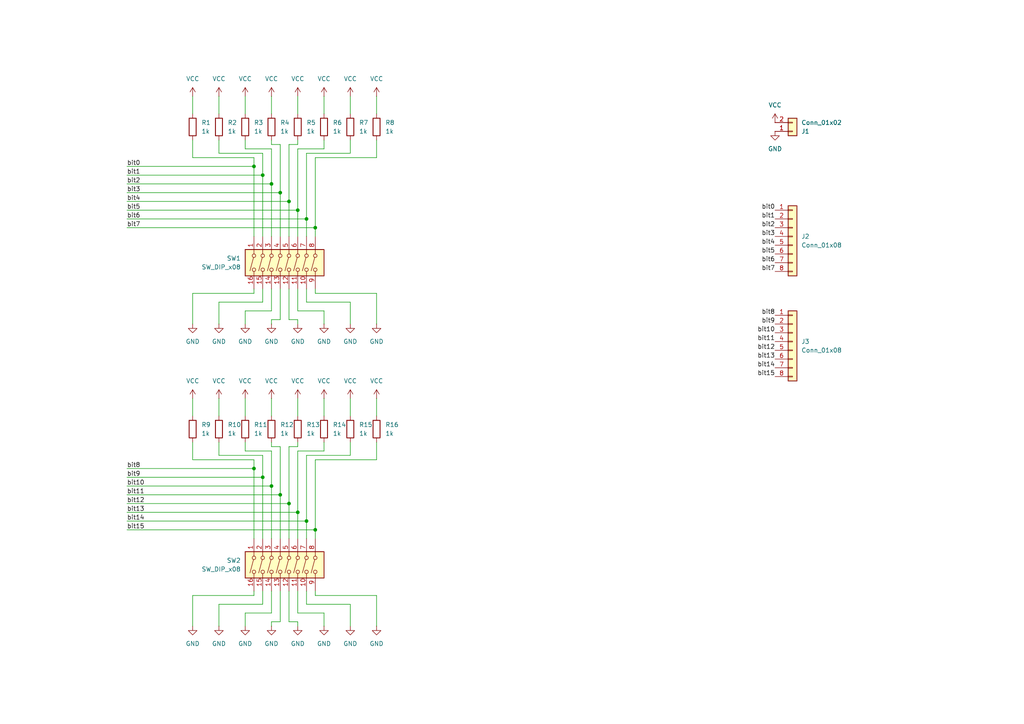
<source format=kicad_sch>
(kicad_sch
	(version 20231120)
	(generator "eeschema")
	(generator_version "8.0")
	(uuid "3b4a9d9a-e93a-4a0d-8068-cda751905b65")
	(paper "A4")
	(lib_symbols
		(symbol "Connector_Generic:Conn_01x02"
			(pin_names
				(offset 1.016) hide)
			(exclude_from_sim no)
			(in_bom yes)
			(on_board yes)
			(property "Reference" "J"
				(at 0 2.54 0)
				(effects
					(font
						(size 1.27 1.27)
					)
				)
			)
			(property "Value" "Conn_01x02"
				(at 0 -5.08 0)
				(effects
					(font
						(size 1.27 1.27)
					)
				)
			)
			(property "Footprint" ""
				(at 0 0 0)
				(effects
					(font
						(size 1.27 1.27)
					)
					(hide yes)
				)
			)
			(property "Datasheet" "~"
				(at 0 0 0)
				(effects
					(font
						(size 1.27 1.27)
					)
					(hide yes)
				)
			)
			(property "Description" "Generic connector, single row, 01x02, script generated (kicad-library-utils/schlib/autogen/connector/)"
				(at 0 0 0)
				(effects
					(font
						(size 1.27 1.27)
					)
					(hide yes)
				)
			)
			(property "ki_keywords" "connector"
				(at 0 0 0)
				(effects
					(font
						(size 1.27 1.27)
					)
					(hide yes)
				)
			)
			(property "ki_fp_filters" "Connector*:*_1x??_*"
				(at 0 0 0)
				(effects
					(font
						(size 1.27 1.27)
					)
					(hide yes)
				)
			)
			(symbol "Conn_01x02_1_1"
				(rectangle
					(start -1.27 -2.413)
					(end 0 -2.667)
					(stroke
						(width 0.1524)
						(type default)
					)
					(fill
						(type none)
					)
				)
				(rectangle
					(start -1.27 0.127)
					(end 0 -0.127)
					(stroke
						(width 0.1524)
						(type default)
					)
					(fill
						(type none)
					)
				)
				(rectangle
					(start -1.27 1.27)
					(end 1.27 -3.81)
					(stroke
						(width 0.254)
						(type default)
					)
					(fill
						(type background)
					)
				)
				(pin passive line
					(at -5.08 0 0)
					(length 3.81)
					(name "Pin_1"
						(effects
							(font
								(size 1.27 1.27)
							)
						)
					)
					(number "1"
						(effects
							(font
								(size 1.27 1.27)
							)
						)
					)
				)
				(pin passive line
					(at -5.08 -2.54 0)
					(length 3.81)
					(name "Pin_2"
						(effects
							(font
								(size 1.27 1.27)
							)
						)
					)
					(number "2"
						(effects
							(font
								(size 1.27 1.27)
							)
						)
					)
				)
			)
		)
		(symbol "Connector_Generic:Conn_01x08"
			(pin_names
				(offset 1.016) hide)
			(exclude_from_sim no)
			(in_bom yes)
			(on_board yes)
			(property "Reference" "J"
				(at 0 10.16 0)
				(effects
					(font
						(size 1.27 1.27)
					)
				)
			)
			(property "Value" "Conn_01x08"
				(at 0 -12.7 0)
				(effects
					(font
						(size 1.27 1.27)
					)
				)
			)
			(property "Footprint" ""
				(at 0 0 0)
				(effects
					(font
						(size 1.27 1.27)
					)
					(hide yes)
				)
			)
			(property "Datasheet" "~"
				(at 0 0 0)
				(effects
					(font
						(size 1.27 1.27)
					)
					(hide yes)
				)
			)
			(property "Description" "Generic connector, single row, 01x08, script generated (kicad-library-utils/schlib/autogen/connector/)"
				(at 0 0 0)
				(effects
					(font
						(size 1.27 1.27)
					)
					(hide yes)
				)
			)
			(property "ki_keywords" "connector"
				(at 0 0 0)
				(effects
					(font
						(size 1.27 1.27)
					)
					(hide yes)
				)
			)
			(property "ki_fp_filters" "Connector*:*_1x??_*"
				(at 0 0 0)
				(effects
					(font
						(size 1.27 1.27)
					)
					(hide yes)
				)
			)
			(symbol "Conn_01x08_1_1"
				(rectangle
					(start -1.27 -10.033)
					(end 0 -10.287)
					(stroke
						(width 0.1524)
						(type default)
					)
					(fill
						(type none)
					)
				)
				(rectangle
					(start -1.27 -7.493)
					(end 0 -7.747)
					(stroke
						(width 0.1524)
						(type default)
					)
					(fill
						(type none)
					)
				)
				(rectangle
					(start -1.27 -4.953)
					(end 0 -5.207)
					(stroke
						(width 0.1524)
						(type default)
					)
					(fill
						(type none)
					)
				)
				(rectangle
					(start -1.27 -2.413)
					(end 0 -2.667)
					(stroke
						(width 0.1524)
						(type default)
					)
					(fill
						(type none)
					)
				)
				(rectangle
					(start -1.27 0.127)
					(end 0 -0.127)
					(stroke
						(width 0.1524)
						(type default)
					)
					(fill
						(type none)
					)
				)
				(rectangle
					(start -1.27 2.667)
					(end 0 2.413)
					(stroke
						(width 0.1524)
						(type default)
					)
					(fill
						(type none)
					)
				)
				(rectangle
					(start -1.27 5.207)
					(end 0 4.953)
					(stroke
						(width 0.1524)
						(type default)
					)
					(fill
						(type none)
					)
				)
				(rectangle
					(start -1.27 7.747)
					(end 0 7.493)
					(stroke
						(width 0.1524)
						(type default)
					)
					(fill
						(type none)
					)
				)
				(rectangle
					(start -1.27 8.89)
					(end 1.27 -11.43)
					(stroke
						(width 0.254)
						(type default)
					)
					(fill
						(type background)
					)
				)
				(pin passive line
					(at -5.08 7.62 0)
					(length 3.81)
					(name "Pin_1"
						(effects
							(font
								(size 1.27 1.27)
							)
						)
					)
					(number "1"
						(effects
							(font
								(size 1.27 1.27)
							)
						)
					)
				)
				(pin passive line
					(at -5.08 5.08 0)
					(length 3.81)
					(name "Pin_2"
						(effects
							(font
								(size 1.27 1.27)
							)
						)
					)
					(number "2"
						(effects
							(font
								(size 1.27 1.27)
							)
						)
					)
				)
				(pin passive line
					(at -5.08 2.54 0)
					(length 3.81)
					(name "Pin_3"
						(effects
							(font
								(size 1.27 1.27)
							)
						)
					)
					(number "3"
						(effects
							(font
								(size 1.27 1.27)
							)
						)
					)
				)
				(pin passive line
					(at -5.08 0 0)
					(length 3.81)
					(name "Pin_4"
						(effects
							(font
								(size 1.27 1.27)
							)
						)
					)
					(number "4"
						(effects
							(font
								(size 1.27 1.27)
							)
						)
					)
				)
				(pin passive line
					(at -5.08 -2.54 0)
					(length 3.81)
					(name "Pin_5"
						(effects
							(font
								(size 1.27 1.27)
							)
						)
					)
					(number "5"
						(effects
							(font
								(size 1.27 1.27)
							)
						)
					)
				)
				(pin passive line
					(at -5.08 -5.08 0)
					(length 3.81)
					(name "Pin_6"
						(effects
							(font
								(size 1.27 1.27)
							)
						)
					)
					(number "6"
						(effects
							(font
								(size 1.27 1.27)
							)
						)
					)
				)
				(pin passive line
					(at -5.08 -7.62 0)
					(length 3.81)
					(name "Pin_7"
						(effects
							(font
								(size 1.27 1.27)
							)
						)
					)
					(number "7"
						(effects
							(font
								(size 1.27 1.27)
							)
						)
					)
				)
				(pin passive line
					(at -5.08 -10.16 0)
					(length 3.81)
					(name "Pin_8"
						(effects
							(font
								(size 1.27 1.27)
							)
						)
					)
					(number "8"
						(effects
							(font
								(size 1.27 1.27)
							)
						)
					)
				)
			)
		)
		(symbol "Device:R"
			(pin_numbers hide)
			(pin_names
				(offset 0)
			)
			(exclude_from_sim no)
			(in_bom yes)
			(on_board yes)
			(property "Reference" "R"
				(at 2.032 0 90)
				(effects
					(font
						(size 1.27 1.27)
					)
				)
			)
			(property "Value" "R"
				(at 0 0 90)
				(effects
					(font
						(size 1.27 1.27)
					)
				)
			)
			(property "Footprint" ""
				(at -1.778 0 90)
				(effects
					(font
						(size 1.27 1.27)
					)
					(hide yes)
				)
			)
			(property "Datasheet" "~"
				(at 0 0 0)
				(effects
					(font
						(size 1.27 1.27)
					)
					(hide yes)
				)
			)
			(property "Description" "Resistor"
				(at 0 0 0)
				(effects
					(font
						(size 1.27 1.27)
					)
					(hide yes)
				)
			)
			(property "ki_keywords" "R res resistor"
				(at 0 0 0)
				(effects
					(font
						(size 1.27 1.27)
					)
					(hide yes)
				)
			)
			(property "ki_fp_filters" "R_*"
				(at 0 0 0)
				(effects
					(font
						(size 1.27 1.27)
					)
					(hide yes)
				)
			)
			(symbol "R_0_1"
				(rectangle
					(start -1.016 -2.54)
					(end 1.016 2.54)
					(stroke
						(width 0.254)
						(type default)
					)
					(fill
						(type none)
					)
				)
			)
			(symbol "R_1_1"
				(pin passive line
					(at 0 3.81 270)
					(length 1.27)
					(name "~"
						(effects
							(font
								(size 1.27 1.27)
							)
						)
					)
					(number "1"
						(effects
							(font
								(size 1.27 1.27)
							)
						)
					)
				)
				(pin passive line
					(at 0 -3.81 90)
					(length 1.27)
					(name "~"
						(effects
							(font
								(size 1.27 1.27)
							)
						)
					)
					(number "2"
						(effects
							(font
								(size 1.27 1.27)
							)
						)
					)
				)
			)
		)
		(symbol "Switch:SW_DIP_x08"
			(pin_names
				(offset 0) hide)
			(exclude_from_sim no)
			(in_bom yes)
			(on_board yes)
			(property "Reference" "SW"
				(at 0 13.97 0)
				(effects
					(font
						(size 1.27 1.27)
					)
				)
			)
			(property "Value" "SW_DIP_x08"
				(at 0 -11.43 0)
				(effects
					(font
						(size 1.27 1.27)
					)
				)
			)
			(property "Footprint" ""
				(at 0 0 0)
				(effects
					(font
						(size 1.27 1.27)
					)
					(hide yes)
				)
			)
			(property "Datasheet" "~"
				(at 0 0 0)
				(effects
					(font
						(size 1.27 1.27)
					)
					(hide yes)
				)
			)
			(property "Description" "8x DIP Switch, Single Pole Single Throw (SPST) switch, small symbol"
				(at 0 0 0)
				(effects
					(font
						(size 1.27 1.27)
					)
					(hide yes)
				)
			)
			(property "ki_keywords" "dip switch"
				(at 0 0 0)
				(effects
					(font
						(size 1.27 1.27)
					)
					(hide yes)
				)
			)
			(property "ki_fp_filters" "SW?DIP?x8*"
				(at 0 0 0)
				(effects
					(font
						(size 1.27 1.27)
					)
					(hide yes)
				)
			)
			(symbol "SW_DIP_x08_0_0"
				(circle
					(center -2.032 -7.62)
					(radius 0.508)
					(stroke
						(width 0)
						(type default)
					)
					(fill
						(type none)
					)
				)
				(circle
					(center -2.032 -5.08)
					(radius 0.508)
					(stroke
						(width 0)
						(type default)
					)
					(fill
						(type none)
					)
				)
				(circle
					(center -2.032 -2.54)
					(radius 0.508)
					(stroke
						(width 0)
						(type default)
					)
					(fill
						(type none)
					)
				)
				(circle
					(center -2.032 0)
					(radius 0.508)
					(stroke
						(width 0)
						(type default)
					)
					(fill
						(type none)
					)
				)
				(circle
					(center -2.032 2.54)
					(radius 0.508)
					(stroke
						(width 0)
						(type default)
					)
					(fill
						(type none)
					)
				)
				(circle
					(center -2.032 5.08)
					(radius 0.508)
					(stroke
						(width 0)
						(type default)
					)
					(fill
						(type none)
					)
				)
				(circle
					(center -2.032 7.62)
					(radius 0.508)
					(stroke
						(width 0)
						(type default)
					)
					(fill
						(type none)
					)
				)
				(circle
					(center -2.032 10.16)
					(radius 0.508)
					(stroke
						(width 0)
						(type default)
					)
					(fill
						(type none)
					)
				)
				(polyline
					(pts
						(xy -1.524 -7.4676) (xy 2.3622 -6.4262)
					)
					(stroke
						(width 0)
						(type default)
					)
					(fill
						(type none)
					)
				)
				(polyline
					(pts
						(xy -1.524 -4.9276) (xy 2.3622 -3.8862)
					)
					(stroke
						(width 0)
						(type default)
					)
					(fill
						(type none)
					)
				)
				(polyline
					(pts
						(xy -1.524 -2.3876) (xy 2.3622 -1.3462)
					)
					(stroke
						(width 0)
						(type default)
					)
					(fill
						(type none)
					)
				)
				(polyline
					(pts
						(xy -1.524 0.127) (xy 2.3622 1.1684)
					)
					(stroke
						(width 0)
						(type default)
					)
					(fill
						(type none)
					)
				)
				(polyline
					(pts
						(xy -1.524 2.667) (xy 2.3622 3.7084)
					)
					(stroke
						(width 0)
						(type default)
					)
					(fill
						(type none)
					)
				)
				(polyline
					(pts
						(xy -1.524 5.207) (xy 2.3622 6.2484)
					)
					(stroke
						(width 0)
						(type default)
					)
					(fill
						(type none)
					)
				)
				(polyline
					(pts
						(xy -1.524 7.747) (xy 2.3622 8.7884)
					)
					(stroke
						(width 0)
						(type default)
					)
					(fill
						(type none)
					)
				)
				(polyline
					(pts
						(xy -1.524 10.287) (xy 2.3622 11.3284)
					)
					(stroke
						(width 0)
						(type default)
					)
					(fill
						(type none)
					)
				)
				(circle
					(center 2.032 -7.62)
					(radius 0.508)
					(stroke
						(width 0)
						(type default)
					)
					(fill
						(type none)
					)
				)
				(circle
					(center 2.032 -5.08)
					(radius 0.508)
					(stroke
						(width 0)
						(type default)
					)
					(fill
						(type none)
					)
				)
				(circle
					(center 2.032 -2.54)
					(radius 0.508)
					(stroke
						(width 0)
						(type default)
					)
					(fill
						(type none)
					)
				)
				(circle
					(center 2.032 0)
					(radius 0.508)
					(stroke
						(width 0)
						(type default)
					)
					(fill
						(type none)
					)
				)
				(circle
					(center 2.032 2.54)
					(radius 0.508)
					(stroke
						(width 0)
						(type default)
					)
					(fill
						(type none)
					)
				)
				(circle
					(center 2.032 5.08)
					(radius 0.508)
					(stroke
						(width 0)
						(type default)
					)
					(fill
						(type none)
					)
				)
				(circle
					(center 2.032 7.62)
					(radius 0.508)
					(stroke
						(width 0)
						(type default)
					)
					(fill
						(type none)
					)
				)
				(circle
					(center 2.032 10.16)
					(radius 0.508)
					(stroke
						(width 0)
						(type default)
					)
					(fill
						(type none)
					)
				)
			)
			(symbol "SW_DIP_x08_0_1"
				(rectangle
					(start -3.81 12.7)
					(end 3.81 -10.16)
					(stroke
						(width 0.254)
						(type default)
					)
					(fill
						(type background)
					)
				)
			)
			(symbol "SW_DIP_x08_1_1"
				(pin passive line
					(at -7.62 10.16 0)
					(length 5.08)
					(name "~"
						(effects
							(font
								(size 1.27 1.27)
							)
						)
					)
					(number "1"
						(effects
							(font
								(size 1.27 1.27)
							)
						)
					)
				)
				(pin passive line
					(at 7.62 -5.08 180)
					(length 5.08)
					(name "~"
						(effects
							(font
								(size 1.27 1.27)
							)
						)
					)
					(number "10"
						(effects
							(font
								(size 1.27 1.27)
							)
						)
					)
				)
				(pin passive line
					(at 7.62 -2.54 180)
					(length 5.08)
					(name "~"
						(effects
							(font
								(size 1.27 1.27)
							)
						)
					)
					(number "11"
						(effects
							(font
								(size 1.27 1.27)
							)
						)
					)
				)
				(pin passive line
					(at 7.62 0 180)
					(length 5.08)
					(name "~"
						(effects
							(font
								(size 1.27 1.27)
							)
						)
					)
					(number "12"
						(effects
							(font
								(size 1.27 1.27)
							)
						)
					)
				)
				(pin passive line
					(at 7.62 2.54 180)
					(length 5.08)
					(name "~"
						(effects
							(font
								(size 1.27 1.27)
							)
						)
					)
					(number "13"
						(effects
							(font
								(size 1.27 1.27)
							)
						)
					)
				)
				(pin passive line
					(at 7.62 5.08 180)
					(length 5.08)
					(name "~"
						(effects
							(font
								(size 1.27 1.27)
							)
						)
					)
					(number "14"
						(effects
							(font
								(size 1.27 1.27)
							)
						)
					)
				)
				(pin passive line
					(at 7.62 7.62 180)
					(length 5.08)
					(name "~"
						(effects
							(font
								(size 1.27 1.27)
							)
						)
					)
					(number "15"
						(effects
							(font
								(size 1.27 1.27)
							)
						)
					)
				)
				(pin passive line
					(at 7.62 10.16 180)
					(length 5.08)
					(name "~"
						(effects
							(font
								(size 1.27 1.27)
							)
						)
					)
					(number "16"
						(effects
							(font
								(size 1.27 1.27)
							)
						)
					)
				)
				(pin passive line
					(at -7.62 7.62 0)
					(length 5.08)
					(name "~"
						(effects
							(font
								(size 1.27 1.27)
							)
						)
					)
					(number "2"
						(effects
							(font
								(size 1.27 1.27)
							)
						)
					)
				)
				(pin passive line
					(at -7.62 5.08 0)
					(length 5.08)
					(name "~"
						(effects
							(font
								(size 1.27 1.27)
							)
						)
					)
					(number "3"
						(effects
							(font
								(size 1.27 1.27)
							)
						)
					)
				)
				(pin passive line
					(at -7.62 2.54 0)
					(length 5.08)
					(name "~"
						(effects
							(font
								(size 1.27 1.27)
							)
						)
					)
					(number "4"
						(effects
							(font
								(size 1.27 1.27)
							)
						)
					)
				)
				(pin passive line
					(at -7.62 0 0)
					(length 5.08)
					(name "~"
						(effects
							(font
								(size 1.27 1.27)
							)
						)
					)
					(number "5"
						(effects
							(font
								(size 1.27 1.27)
							)
						)
					)
				)
				(pin passive line
					(at -7.62 -2.54 0)
					(length 5.08)
					(name "~"
						(effects
							(font
								(size 1.27 1.27)
							)
						)
					)
					(number "6"
						(effects
							(font
								(size 1.27 1.27)
							)
						)
					)
				)
				(pin passive line
					(at -7.62 -5.08 0)
					(length 5.08)
					(name "~"
						(effects
							(font
								(size 1.27 1.27)
							)
						)
					)
					(number "7"
						(effects
							(font
								(size 1.27 1.27)
							)
						)
					)
				)
				(pin passive line
					(at -7.62 -7.62 0)
					(length 5.08)
					(name "~"
						(effects
							(font
								(size 1.27 1.27)
							)
						)
					)
					(number "8"
						(effects
							(font
								(size 1.27 1.27)
							)
						)
					)
				)
				(pin passive line
					(at 7.62 -7.62 180)
					(length 5.08)
					(name "~"
						(effects
							(font
								(size 1.27 1.27)
							)
						)
					)
					(number "9"
						(effects
							(font
								(size 1.27 1.27)
							)
						)
					)
				)
			)
		)
		(symbol "power:GND"
			(power)
			(pin_numbers hide)
			(pin_names
				(offset 0) hide)
			(exclude_from_sim no)
			(in_bom yes)
			(on_board yes)
			(property "Reference" "#PWR"
				(at 0 -6.35 0)
				(effects
					(font
						(size 1.27 1.27)
					)
					(hide yes)
				)
			)
			(property "Value" "GND"
				(at 0 -3.81 0)
				(effects
					(font
						(size 1.27 1.27)
					)
				)
			)
			(property "Footprint" ""
				(at 0 0 0)
				(effects
					(font
						(size 1.27 1.27)
					)
					(hide yes)
				)
			)
			(property "Datasheet" ""
				(at 0 0 0)
				(effects
					(font
						(size 1.27 1.27)
					)
					(hide yes)
				)
			)
			(property "Description" "Power symbol creates a global label with name \"GND\" , ground"
				(at 0 0 0)
				(effects
					(font
						(size 1.27 1.27)
					)
					(hide yes)
				)
			)
			(property "ki_keywords" "global power"
				(at 0 0 0)
				(effects
					(font
						(size 1.27 1.27)
					)
					(hide yes)
				)
			)
			(symbol "GND_0_1"
				(polyline
					(pts
						(xy 0 0) (xy 0 -1.27) (xy 1.27 -1.27) (xy 0 -2.54) (xy -1.27 -1.27) (xy 0 -1.27)
					)
					(stroke
						(width 0)
						(type default)
					)
					(fill
						(type none)
					)
				)
			)
			(symbol "GND_1_1"
				(pin power_in line
					(at 0 0 270)
					(length 0)
					(name "~"
						(effects
							(font
								(size 1.27 1.27)
							)
						)
					)
					(number "1"
						(effects
							(font
								(size 1.27 1.27)
							)
						)
					)
				)
			)
		)
		(symbol "power:VCC"
			(power)
			(pin_numbers hide)
			(pin_names
				(offset 0) hide)
			(exclude_from_sim no)
			(in_bom yes)
			(on_board yes)
			(property "Reference" "#PWR"
				(at 0 -3.81 0)
				(effects
					(font
						(size 1.27 1.27)
					)
					(hide yes)
				)
			)
			(property "Value" "VCC"
				(at 0 3.556 0)
				(effects
					(font
						(size 1.27 1.27)
					)
				)
			)
			(property "Footprint" ""
				(at 0 0 0)
				(effects
					(font
						(size 1.27 1.27)
					)
					(hide yes)
				)
			)
			(property "Datasheet" ""
				(at 0 0 0)
				(effects
					(font
						(size 1.27 1.27)
					)
					(hide yes)
				)
			)
			(property "Description" "Power symbol creates a global label with name \"VCC\""
				(at 0 0 0)
				(effects
					(font
						(size 1.27 1.27)
					)
					(hide yes)
				)
			)
			(property "ki_keywords" "global power"
				(at 0 0 0)
				(effects
					(font
						(size 1.27 1.27)
					)
					(hide yes)
				)
			)
			(symbol "VCC_0_1"
				(polyline
					(pts
						(xy -0.762 1.27) (xy 0 2.54)
					)
					(stroke
						(width 0)
						(type default)
					)
					(fill
						(type none)
					)
				)
				(polyline
					(pts
						(xy 0 0) (xy 0 2.54)
					)
					(stroke
						(width 0)
						(type default)
					)
					(fill
						(type none)
					)
				)
				(polyline
					(pts
						(xy 0 2.54) (xy 0.762 1.27)
					)
					(stroke
						(width 0)
						(type default)
					)
					(fill
						(type none)
					)
				)
			)
			(symbol "VCC_1_1"
				(pin power_in line
					(at 0 0 90)
					(length 0)
					(name "~"
						(effects
							(font
								(size 1.27 1.27)
							)
						)
					)
					(number "1"
						(effects
							(font
								(size 1.27 1.27)
							)
						)
					)
				)
			)
		)
	)
	(junction
		(at 76.2 50.8)
		(diameter 0)
		(color 0 0 0 0)
		(uuid "0041acca-3f0d-4e73-b820-75e91efd6cc4")
	)
	(junction
		(at 73.66 48.26)
		(diameter 0)
		(color 0 0 0 0)
		(uuid "107b9a7a-d8ab-4b60-974c-cc21884c8ce2")
	)
	(junction
		(at 91.44 153.67)
		(diameter 0)
		(color 0 0 0 0)
		(uuid "17ffa60e-98cc-4097-8910-1169f5745098")
	)
	(junction
		(at 76.2 138.43)
		(diameter 0)
		(color 0 0 0 0)
		(uuid "259c533a-2809-4c16-adef-80dc7cadfdea")
	)
	(junction
		(at 78.74 53.34)
		(diameter 0)
		(color 0 0 0 0)
		(uuid "4939a22f-36b1-45cb-9f10-ca24ca653ef1")
	)
	(junction
		(at 78.74 140.97)
		(diameter 0)
		(color 0 0 0 0)
		(uuid "59b6236b-fca4-4114-9218-821331ce50b7")
	)
	(junction
		(at 91.44 66.04)
		(diameter 0)
		(color 0 0 0 0)
		(uuid "5ba40ee4-27be-426e-a121-e825e3db8f1e")
	)
	(junction
		(at 81.28 55.88)
		(diameter 0)
		(color 0 0 0 0)
		(uuid "7ce13ab9-dd17-444b-995b-f0a36c5131bc")
	)
	(junction
		(at 81.28 143.51)
		(diameter 0)
		(color 0 0 0 0)
		(uuid "85407c0e-ff1c-43a9-a47e-44748e9b3940")
	)
	(junction
		(at 86.36 148.59)
		(diameter 0)
		(color 0 0 0 0)
		(uuid "afe9de46-02d3-4e2a-b5bf-276a0d262c1c")
	)
	(junction
		(at 83.82 58.42)
		(diameter 0)
		(color 0 0 0 0)
		(uuid "b64d5565-1775-4f78-9113-91369a5f9f81")
	)
	(junction
		(at 88.9 63.5)
		(diameter 0)
		(color 0 0 0 0)
		(uuid "c7185af4-c891-48d0-8aa0-bbd35c18aaff")
	)
	(junction
		(at 83.82 146.05)
		(diameter 0)
		(color 0 0 0 0)
		(uuid "cb7374e1-7218-401b-bf97-071032cb355a")
	)
	(junction
		(at 86.36 60.96)
		(diameter 0)
		(color 0 0 0 0)
		(uuid "de868636-c144-49fe-a7ff-277cf842d8a7")
	)
	(junction
		(at 73.66 135.89)
		(diameter 0)
		(color 0 0 0 0)
		(uuid "f3cc8d23-591f-4c1c-9d49-bde57640d477")
	)
	(junction
		(at 88.9 151.13)
		(diameter 0)
		(color 0 0 0 0)
		(uuid "fd8c0427-b853-471a-b783-03af33f884d9")
	)
	(wire
		(pts
			(xy 36.83 48.26) (xy 73.66 48.26)
		)
		(stroke
			(width 0)
			(type default)
		)
		(uuid "0024ebcb-38ad-4b8b-8cc4-184e446a9947")
	)
	(wire
		(pts
			(xy 36.83 135.89) (xy 73.66 135.89)
		)
		(stroke
			(width 0)
			(type default)
		)
		(uuid "018dcb3d-34cb-4ff9-833b-eff73ee664bd")
	)
	(wire
		(pts
			(xy 36.83 50.8) (xy 76.2 50.8)
		)
		(stroke
			(width 0)
			(type default)
		)
		(uuid "01a01b2f-cb64-4ee4-80df-2cce78e18424")
	)
	(wire
		(pts
			(xy 86.36 180.34) (xy 86.36 181.61)
		)
		(stroke
			(width 0)
			(type default)
		)
		(uuid "0211b256-0d51-4512-8a36-4a071b4eda58")
	)
	(wire
		(pts
			(xy 76.2 171.45) (xy 76.2 175.26)
		)
		(stroke
			(width 0)
			(type default)
		)
		(uuid "0241fd15-c0d5-4a54-85d2-d81d7e7faba4")
	)
	(wire
		(pts
			(xy 36.83 143.51) (xy 81.28 143.51)
		)
		(stroke
			(width 0)
			(type default)
		)
		(uuid "0257f245-2197-405f-95ab-50432cc32eb4")
	)
	(wire
		(pts
			(xy 36.83 151.13) (xy 88.9 151.13)
		)
		(stroke
			(width 0)
			(type default)
		)
		(uuid "02963437-7970-436e-9c71-cf5ced69417c")
	)
	(wire
		(pts
			(xy 55.88 27.94) (xy 55.88 33.02)
		)
		(stroke
			(width 0)
			(type default)
		)
		(uuid "046c26b2-6c49-4951-a252-bd6205bbdba4")
	)
	(wire
		(pts
			(xy 36.83 60.96) (xy 86.36 60.96)
		)
		(stroke
			(width 0)
			(type default)
		)
		(uuid "0911fa78-090b-4322-9122-d1c8a3787409")
	)
	(wire
		(pts
			(xy 76.2 87.63) (xy 63.5 87.63)
		)
		(stroke
			(width 0)
			(type default)
		)
		(uuid "0a94e4fc-673b-4863-9eea-6ab9f26a2708")
	)
	(wire
		(pts
			(xy 86.36 41.91) (xy 86.36 40.64)
		)
		(stroke
			(width 0)
			(type default)
		)
		(uuid "0b0a1124-0eee-45ee-a84f-2a92ad055e21")
	)
	(wire
		(pts
			(xy 109.22 172.72) (xy 109.22 181.61)
		)
		(stroke
			(width 0)
			(type default)
		)
		(uuid "0b88cb60-63ef-4eed-9717-a87888afdb83")
	)
	(wire
		(pts
			(xy 71.12 115.57) (xy 71.12 120.65)
		)
		(stroke
			(width 0)
			(type default)
		)
		(uuid "0c711ba9-f471-414c-a312-2d8649f3fd3e")
	)
	(wire
		(pts
			(xy 71.12 130.81) (xy 71.12 128.27)
		)
		(stroke
			(width 0)
			(type default)
		)
		(uuid "0e87d6ec-b3ea-4d92-a7db-8eed6a5416e0")
	)
	(wire
		(pts
			(xy 36.83 153.67) (xy 91.44 153.67)
		)
		(stroke
			(width 0)
			(type default)
		)
		(uuid "0f614781-b26c-4205-b5fd-ece5e28aa1e1")
	)
	(wire
		(pts
			(xy 88.9 44.45) (xy 101.6 44.45)
		)
		(stroke
			(width 0)
			(type default)
		)
		(uuid "12474812-45f3-4828-978b-6ac80a6bb1cd")
	)
	(wire
		(pts
			(xy 73.66 171.45) (xy 73.66 172.72)
		)
		(stroke
			(width 0)
			(type default)
		)
		(uuid "125b141c-6221-4714-b5a3-519a54711870")
	)
	(wire
		(pts
			(xy 78.74 130.81) (xy 71.12 130.81)
		)
		(stroke
			(width 0)
			(type default)
		)
		(uuid "131db068-0644-455c-9a24-3231adc0cb14")
	)
	(wire
		(pts
			(xy 36.83 58.42) (xy 83.82 58.42)
		)
		(stroke
			(width 0)
			(type default)
		)
		(uuid "1505c7f7-e5b1-45b0-8de5-255c28b672c4")
	)
	(wire
		(pts
			(xy 91.44 172.72) (xy 109.22 172.72)
		)
		(stroke
			(width 0)
			(type default)
		)
		(uuid "16130ded-7295-47ce-baa5-f4434fc484b0")
	)
	(wire
		(pts
			(xy 78.74 90.17) (xy 71.12 90.17)
		)
		(stroke
			(width 0)
			(type default)
		)
		(uuid "17c2408a-5410-4400-b089-07c37b13ddd9")
	)
	(wire
		(pts
			(xy 55.88 85.09) (xy 55.88 93.98)
		)
		(stroke
			(width 0)
			(type default)
		)
		(uuid "1873e394-6869-40f5-9af2-b8dae9804f58")
	)
	(wire
		(pts
			(xy 76.2 138.43) (xy 76.2 156.21)
		)
		(stroke
			(width 0)
			(type default)
		)
		(uuid "19307822-290e-4abc-b0e3-9ceb70df87a7")
	)
	(wire
		(pts
			(xy 36.83 140.97) (xy 78.74 140.97)
		)
		(stroke
			(width 0)
			(type default)
		)
		(uuid "1e822cdd-0bfd-446e-a37a-6d090e6dad9d")
	)
	(wire
		(pts
			(xy 78.74 171.45) (xy 78.74 177.8)
		)
		(stroke
			(width 0)
			(type default)
		)
		(uuid "1f43f597-51f0-48af-ab3c-6e681a7753e4")
	)
	(wire
		(pts
			(xy 93.98 27.94) (xy 93.98 33.02)
		)
		(stroke
			(width 0)
			(type default)
		)
		(uuid "2028272d-110d-4991-90ab-621be2a8c50e")
	)
	(wire
		(pts
			(xy 63.5 115.57) (xy 63.5 120.65)
		)
		(stroke
			(width 0)
			(type default)
		)
		(uuid "202a3404-bce4-4e5c-9b25-7e5fb2b4c10a")
	)
	(wire
		(pts
			(xy 83.82 83.82) (xy 83.82 92.71)
		)
		(stroke
			(width 0)
			(type default)
		)
		(uuid "231fe3ab-67f0-4de8-bba1-3ae12ede929c")
	)
	(wire
		(pts
			(xy 71.12 27.94) (xy 71.12 33.02)
		)
		(stroke
			(width 0)
			(type default)
		)
		(uuid "238cb960-06af-4910-b254-3e4c67c41a08")
	)
	(wire
		(pts
			(xy 36.83 66.04) (xy 91.44 66.04)
		)
		(stroke
			(width 0)
			(type default)
		)
		(uuid "29c991a0-0b75-4780-90aa-2de991f376c5")
	)
	(wire
		(pts
			(xy 81.28 55.88) (xy 81.28 68.58)
		)
		(stroke
			(width 0)
			(type default)
		)
		(uuid "2eb5b890-a7a9-471c-aca4-b86867ddc2e1")
	)
	(wire
		(pts
			(xy 73.66 172.72) (xy 55.88 172.72)
		)
		(stroke
			(width 0)
			(type default)
		)
		(uuid "2fba6501-8a13-497c-a9ad-9918ea82f20f")
	)
	(wire
		(pts
			(xy 86.36 43.18) (xy 93.98 43.18)
		)
		(stroke
			(width 0)
			(type default)
		)
		(uuid "308162a7-b9e7-48ee-bcb4-5a9ed1373ad2")
	)
	(wire
		(pts
			(xy 78.74 83.82) (xy 78.74 90.17)
		)
		(stroke
			(width 0)
			(type default)
		)
		(uuid "327239b7-68b3-45b7-833c-3ba6b48b57a7")
	)
	(wire
		(pts
			(xy 76.2 175.26) (xy 63.5 175.26)
		)
		(stroke
			(width 0)
			(type default)
		)
		(uuid "335021fa-140d-4596-b4e6-d11224fc883e")
	)
	(wire
		(pts
			(xy 81.28 171.45) (xy 81.28 180.34)
		)
		(stroke
			(width 0)
			(type default)
		)
		(uuid "33970d0c-4c0d-43f9-b8ac-223807143009")
	)
	(wire
		(pts
			(xy 101.6 27.94) (xy 101.6 33.02)
		)
		(stroke
			(width 0)
			(type default)
		)
		(uuid "33b2bd2b-728c-4d4b-8818-3e4585f70f2d")
	)
	(wire
		(pts
			(xy 91.44 133.35) (xy 91.44 153.67)
		)
		(stroke
			(width 0)
			(type default)
		)
		(uuid "3911fe45-865b-435a-b67f-da687d9cb692")
	)
	(wire
		(pts
			(xy 109.22 40.64) (xy 109.22 45.72)
		)
		(stroke
			(width 0)
			(type default)
		)
		(uuid "3a0f789e-8e5b-4b5a-8edc-d59adcc50ee8")
	)
	(wire
		(pts
			(xy 86.36 177.8) (xy 93.98 177.8)
		)
		(stroke
			(width 0)
			(type default)
		)
		(uuid "3e19a3af-8c95-4127-bc43-6ea08777186a")
	)
	(wire
		(pts
			(xy 73.66 135.89) (xy 73.66 156.21)
		)
		(stroke
			(width 0)
			(type default)
		)
		(uuid "3e53cba5-18b4-4e37-9dc6-707c7a3cb1be")
	)
	(wire
		(pts
			(xy 78.74 43.18) (xy 71.12 43.18)
		)
		(stroke
			(width 0)
			(type default)
		)
		(uuid "3fdcb499-c691-4ace-9fce-9fbfc7d91e59")
	)
	(wire
		(pts
			(xy 76.2 132.08) (xy 63.5 132.08)
		)
		(stroke
			(width 0)
			(type default)
		)
		(uuid "443496fb-4e83-4d2a-a30e-215922cecf4b")
	)
	(wire
		(pts
			(xy 93.98 90.17) (xy 93.98 93.98)
		)
		(stroke
			(width 0)
			(type default)
		)
		(uuid "4446c657-4ed4-4fda-98fd-efcf570332ec")
	)
	(wire
		(pts
			(xy 78.74 129.54) (xy 78.74 128.27)
		)
		(stroke
			(width 0)
			(type default)
		)
		(uuid "44f2bc6c-fd64-4a82-8c50-5d63faa80d85")
	)
	(wire
		(pts
			(xy 73.66 135.89) (xy 73.66 133.35)
		)
		(stroke
			(width 0)
			(type default)
		)
		(uuid "4881b752-c7b3-407b-8842-22e2514d0f18")
	)
	(wire
		(pts
			(xy 86.36 130.81) (xy 93.98 130.81)
		)
		(stroke
			(width 0)
			(type default)
		)
		(uuid "49359b03-9bb6-4cd5-8d37-a69faf875ff5")
	)
	(wire
		(pts
			(xy 88.9 132.08) (xy 101.6 132.08)
		)
		(stroke
			(width 0)
			(type default)
		)
		(uuid "4aea5cb6-0041-42fe-b64d-81ca0d209552")
	)
	(wire
		(pts
			(xy 73.66 83.82) (xy 73.66 85.09)
		)
		(stroke
			(width 0)
			(type default)
		)
		(uuid "4c3b5c92-3120-4a8d-8614-f21db88689c2")
	)
	(wire
		(pts
			(xy 83.82 58.42) (xy 83.82 68.58)
		)
		(stroke
			(width 0)
			(type default)
		)
		(uuid "50cab991-f207-40ab-892b-9333d3315e76")
	)
	(wire
		(pts
			(xy 78.74 41.91) (xy 78.74 40.64)
		)
		(stroke
			(width 0)
			(type default)
		)
		(uuid "5269e9f5-1fb9-4027-a4b7-5a9467c633f9")
	)
	(wire
		(pts
			(xy 63.5 128.27) (xy 63.5 132.08)
		)
		(stroke
			(width 0)
			(type default)
		)
		(uuid "55def727-a039-4fa7-a9cb-4e50f56f3ea6")
	)
	(wire
		(pts
			(xy 76.2 44.45) (xy 63.5 44.45)
		)
		(stroke
			(width 0)
			(type default)
		)
		(uuid "56cacd90-2290-4031-af63-bd7f798446e7")
	)
	(wire
		(pts
			(xy 55.88 40.64) (xy 55.88 45.72)
		)
		(stroke
			(width 0)
			(type default)
		)
		(uuid "56d0c3e6-c006-4d5c-b6cc-4663d949dc88")
	)
	(wire
		(pts
			(xy 88.9 87.63) (xy 101.6 87.63)
		)
		(stroke
			(width 0)
			(type default)
		)
		(uuid "56d4913a-ae0e-43e7-b583-3a9daf02dd3f")
	)
	(wire
		(pts
			(xy 78.74 27.94) (xy 78.74 33.02)
		)
		(stroke
			(width 0)
			(type default)
		)
		(uuid "56e021e3-a823-4a7c-9c42-d72d8bb2c463")
	)
	(wire
		(pts
			(xy 55.88 172.72) (xy 55.88 181.61)
		)
		(stroke
			(width 0)
			(type default)
		)
		(uuid "5954a3f1-328a-416d-bb8d-c28c2d1b555e")
	)
	(wire
		(pts
			(xy 91.44 85.09) (xy 109.22 85.09)
		)
		(stroke
			(width 0)
			(type default)
		)
		(uuid "5c99c82f-771e-4c49-8362-d717cc56e765")
	)
	(wire
		(pts
			(xy 78.74 115.57) (xy 78.74 120.65)
		)
		(stroke
			(width 0)
			(type default)
		)
		(uuid "602fc4d6-12c9-4f2d-85fd-c84c25c1890f")
	)
	(wire
		(pts
			(xy 73.66 48.26) (xy 73.66 45.72)
		)
		(stroke
			(width 0)
			(type default)
		)
		(uuid "6082477b-fed7-4341-8f67-c158552d2923")
	)
	(wire
		(pts
			(xy 83.82 41.91) (xy 83.82 58.42)
		)
		(stroke
			(width 0)
			(type default)
		)
		(uuid "62df0a9b-1ea5-4f59-bdd8-a442cc8b5804")
	)
	(wire
		(pts
			(xy 83.82 146.05) (xy 83.82 156.21)
		)
		(stroke
			(width 0)
			(type default)
		)
		(uuid "67e49ca5-8e31-4b8b-8a7f-f2e9554e2851")
	)
	(wire
		(pts
			(xy 101.6 40.64) (xy 101.6 44.45)
		)
		(stroke
			(width 0)
			(type default)
		)
		(uuid "68730447-74a9-4bc5-b95e-c343621cab4a")
	)
	(wire
		(pts
			(xy 109.22 115.57) (xy 109.22 120.65)
		)
		(stroke
			(width 0)
			(type default)
		)
		(uuid "6a35bfc4-b1b9-474e-a82a-8a345f7df18b")
	)
	(wire
		(pts
			(xy 81.28 92.71) (xy 78.74 92.71)
		)
		(stroke
			(width 0)
			(type default)
		)
		(uuid "6ee750b0-adde-49cb-8be0-1f427e57a8bb")
	)
	(wire
		(pts
			(xy 71.12 43.18) (xy 71.12 40.64)
		)
		(stroke
			(width 0)
			(type default)
		)
		(uuid "72000db0-7ac2-48fe-8dbe-d46ab05b7c95")
	)
	(wire
		(pts
			(xy 91.44 153.67) (xy 91.44 156.21)
		)
		(stroke
			(width 0)
			(type default)
		)
		(uuid "74fc9b43-a53a-4a6e-94f4-45c1f24158ba")
	)
	(wire
		(pts
			(xy 73.66 45.72) (xy 55.88 45.72)
		)
		(stroke
			(width 0)
			(type default)
		)
		(uuid "753b42ff-d1db-4240-a735-cb8aee0e0d3c")
	)
	(wire
		(pts
			(xy 73.66 85.09) (xy 55.88 85.09)
		)
		(stroke
			(width 0)
			(type default)
		)
		(uuid "7917a9d5-4c46-469c-b71a-bc5a31f3446e")
	)
	(wire
		(pts
			(xy 83.82 92.71) (xy 86.36 92.71)
		)
		(stroke
			(width 0)
			(type default)
		)
		(uuid "79e1ad1c-8959-471d-8fe0-71fcc2bdbdf0")
	)
	(wire
		(pts
			(xy 109.22 85.09) (xy 109.22 93.98)
		)
		(stroke
			(width 0)
			(type default)
		)
		(uuid "7efe3875-e26f-4ff5-a22d-7da0c195047c")
	)
	(wire
		(pts
			(xy 91.44 66.04) (xy 91.44 68.58)
		)
		(stroke
			(width 0)
			(type default)
		)
		(uuid "7f215f95-6791-40e9-ad8a-1956ca25ddf5")
	)
	(wire
		(pts
			(xy 91.44 45.72) (xy 91.44 66.04)
		)
		(stroke
			(width 0)
			(type default)
		)
		(uuid "8196a67d-9da3-4802-8710-2f61e955da02")
	)
	(wire
		(pts
			(xy 91.44 133.35) (xy 109.22 133.35)
		)
		(stroke
			(width 0)
			(type default)
		)
		(uuid "85873a98-a02f-43fa-9a41-411440b4524f")
	)
	(wire
		(pts
			(xy 81.28 180.34) (xy 78.74 180.34)
		)
		(stroke
			(width 0)
			(type default)
		)
		(uuid "86c742e7-3e39-4b11-bec0-307730d11d8a")
	)
	(wire
		(pts
			(xy 76.2 50.8) (xy 76.2 44.45)
		)
		(stroke
			(width 0)
			(type default)
		)
		(uuid "89870402-517b-4405-9abb-60225166d4fe")
	)
	(wire
		(pts
			(xy 86.36 27.94) (xy 86.36 33.02)
		)
		(stroke
			(width 0)
			(type default)
		)
		(uuid "8a1b1fc3-e520-4fd9-8005-a64578322e01")
	)
	(wire
		(pts
			(xy 86.36 130.81) (xy 86.36 148.59)
		)
		(stroke
			(width 0)
			(type default)
		)
		(uuid "8c63b981-0d99-49a7-ad54-72d6ba43c967")
	)
	(wire
		(pts
			(xy 71.12 90.17) (xy 71.12 93.98)
		)
		(stroke
			(width 0)
			(type default)
		)
		(uuid "8e666a25-17d8-4928-a975-bd0996c83e31")
	)
	(wire
		(pts
			(xy 81.28 83.82) (xy 81.28 92.71)
		)
		(stroke
			(width 0)
			(type default)
		)
		(uuid "95fa7e16-1b2a-431e-adcd-834ce0c64b5d")
	)
	(wire
		(pts
			(xy 93.98 130.81) (xy 93.98 128.27)
		)
		(stroke
			(width 0)
			(type default)
		)
		(uuid "9a45d4af-aebc-402b-9c32-bf3ce02b159d")
	)
	(wire
		(pts
			(xy 63.5 40.64) (xy 63.5 44.45)
		)
		(stroke
			(width 0)
			(type default)
		)
		(uuid "9bda320f-64d0-4ae2-b306-2670b2ad60fc")
	)
	(wire
		(pts
			(xy 86.36 129.54) (xy 86.36 128.27)
		)
		(stroke
			(width 0)
			(type default)
		)
		(uuid "9c44b061-70cc-43c0-961a-15418e9dd3a2")
	)
	(wire
		(pts
			(xy 36.83 148.59) (xy 86.36 148.59)
		)
		(stroke
			(width 0)
			(type default)
		)
		(uuid "9cff61fa-62f1-4dc5-a39e-8be63dc1ad53")
	)
	(wire
		(pts
			(xy 88.9 44.45) (xy 88.9 63.5)
		)
		(stroke
			(width 0)
			(type default)
		)
		(uuid "a0e7c50c-cf68-45f8-af75-4dc2d3c71844")
	)
	(wire
		(pts
			(xy 83.82 129.54) (xy 86.36 129.54)
		)
		(stroke
			(width 0)
			(type default)
		)
		(uuid "a51abc55-014c-4a8d-8c81-0efaa854386d")
	)
	(wire
		(pts
			(xy 83.82 129.54) (xy 83.82 146.05)
		)
		(stroke
			(width 0)
			(type default)
		)
		(uuid "a7794217-e63a-443e-8dd5-d473a77d3921")
	)
	(wire
		(pts
			(xy 36.83 138.43) (xy 76.2 138.43)
		)
		(stroke
			(width 0)
			(type default)
		)
		(uuid "a7b35d97-48ce-4e36-b1a0-76a0af21879f")
	)
	(wire
		(pts
			(xy 91.44 171.45) (xy 91.44 172.72)
		)
		(stroke
			(width 0)
			(type default)
		)
		(uuid "a84764b1-2f48-4be2-9c17-57e52a982530")
	)
	(wire
		(pts
			(xy 91.44 45.72) (xy 109.22 45.72)
		)
		(stroke
			(width 0)
			(type default)
		)
		(uuid "a8d6c7f9-d0cc-475f-8a9b-a70124046114")
	)
	(wire
		(pts
			(xy 78.74 43.18) (xy 78.74 53.34)
		)
		(stroke
			(width 0)
			(type default)
		)
		(uuid "a8da906f-9254-4850-847b-fb15ea5c71a7")
	)
	(wire
		(pts
			(xy 86.36 43.18) (xy 86.36 60.96)
		)
		(stroke
			(width 0)
			(type default)
		)
		(uuid "ab032df4-ccb5-47d2-884d-60d69372e685")
	)
	(wire
		(pts
			(xy 88.9 63.5) (xy 88.9 68.58)
		)
		(stroke
			(width 0)
			(type default)
		)
		(uuid "acf7f698-ab0c-44a6-b343-4e85bb82ab09")
	)
	(wire
		(pts
			(xy 93.98 43.18) (xy 93.98 40.64)
		)
		(stroke
			(width 0)
			(type default)
		)
		(uuid "acf9aba4-6c3c-4241-8c0f-e24393305ac1")
	)
	(wire
		(pts
			(xy 86.36 148.59) (xy 86.36 156.21)
		)
		(stroke
			(width 0)
			(type default)
		)
		(uuid "ada2b59a-6353-4e93-a447-3a7415929653")
	)
	(wire
		(pts
			(xy 86.36 115.57) (xy 86.36 120.65)
		)
		(stroke
			(width 0)
			(type default)
		)
		(uuid "afccb8dd-3eb3-47b2-ace0-d5d8d82247a6")
	)
	(wire
		(pts
			(xy 71.12 177.8) (xy 71.12 181.61)
		)
		(stroke
			(width 0)
			(type default)
		)
		(uuid "b183a350-ea76-4a1b-b3ac-70a75967bf3b")
	)
	(wire
		(pts
			(xy 55.88 115.57) (xy 55.88 120.65)
		)
		(stroke
			(width 0)
			(type default)
		)
		(uuid "b68cc316-a8d1-4d1f-907e-90b0d2af93e8")
	)
	(wire
		(pts
			(xy 36.83 53.34) (xy 78.74 53.34)
		)
		(stroke
			(width 0)
			(type default)
		)
		(uuid "b747179a-141b-43e7-ac3e-135619fa24c1")
	)
	(wire
		(pts
			(xy 81.28 129.54) (xy 78.74 129.54)
		)
		(stroke
			(width 0)
			(type default)
		)
		(uuid "b75c0e2d-67b9-488d-80fd-d8e3a4186629")
	)
	(wire
		(pts
			(xy 88.9 83.82) (xy 88.9 87.63)
		)
		(stroke
			(width 0)
			(type default)
		)
		(uuid "b9784f2d-3180-4a01-978f-d7780be62f43")
	)
	(wire
		(pts
			(xy 83.82 180.34) (xy 86.36 180.34)
		)
		(stroke
			(width 0)
			(type default)
		)
		(uuid "bba9c379-36c6-4b86-b30f-51562798c5c4")
	)
	(wire
		(pts
			(xy 88.9 151.13) (xy 88.9 156.21)
		)
		(stroke
			(width 0)
			(type default)
		)
		(uuid "c008d9f6-fa86-430e-abaf-1b65cdfe06ba")
	)
	(wire
		(pts
			(xy 83.82 171.45) (xy 83.82 180.34)
		)
		(stroke
			(width 0)
			(type default)
		)
		(uuid "c0e68653-8e1e-41fa-85e1-14a0673210bf")
	)
	(wire
		(pts
			(xy 81.28 41.91) (xy 78.74 41.91)
		)
		(stroke
			(width 0)
			(type default)
		)
		(uuid "c1972fb3-f541-45ee-a83e-79974a2ba5d4")
	)
	(wire
		(pts
			(xy 93.98 115.57) (xy 93.98 120.65)
		)
		(stroke
			(width 0)
			(type default)
		)
		(uuid "c2b8f94b-1edd-437c-a11e-2030e68de958")
	)
	(wire
		(pts
			(xy 63.5 87.63) (xy 63.5 93.98)
		)
		(stroke
			(width 0)
			(type default)
		)
		(uuid "c3fbfeb8-348c-4cd5-b4de-61cbed7a4e3b")
	)
	(wire
		(pts
			(xy 101.6 175.26) (xy 101.6 181.61)
		)
		(stroke
			(width 0)
			(type default)
		)
		(uuid "c631a35f-0474-4e67-a2bc-f98d7016214a")
	)
	(wire
		(pts
			(xy 93.98 177.8) (xy 93.98 181.61)
		)
		(stroke
			(width 0)
			(type default)
		)
		(uuid "c7c37776-8bf8-42da-8fd5-2f9fde743513")
	)
	(wire
		(pts
			(xy 101.6 115.57) (xy 101.6 120.65)
		)
		(stroke
			(width 0)
			(type default)
		)
		(uuid "c8017393-b26c-44d0-9516-ab082f2496c2")
	)
	(wire
		(pts
			(xy 78.74 130.81) (xy 78.74 140.97)
		)
		(stroke
			(width 0)
			(type default)
		)
		(uuid "c8ca1380-d2ad-4cb9-900f-04ca0d318caa")
	)
	(wire
		(pts
			(xy 63.5 175.26) (xy 63.5 181.61)
		)
		(stroke
			(width 0)
			(type default)
		)
		(uuid "ca8bc4e2-2b4c-4eab-adb0-52319c315547")
	)
	(wire
		(pts
			(xy 109.22 27.94) (xy 109.22 33.02)
		)
		(stroke
			(width 0)
			(type default)
		)
		(uuid "cb988145-5cf3-4e00-9b42-598e18433c58")
	)
	(wire
		(pts
			(xy 86.36 171.45) (xy 86.36 177.8)
		)
		(stroke
			(width 0)
			(type default)
		)
		(uuid "d01a57da-906a-47d2-b8b6-3c9a44e29154")
	)
	(wire
		(pts
			(xy 88.9 132.08) (xy 88.9 151.13)
		)
		(stroke
			(width 0)
			(type default)
		)
		(uuid "d16f8ad6-10f1-4c10-9804-e8a692fb38b9")
	)
	(wire
		(pts
			(xy 76.2 138.43) (xy 76.2 132.08)
		)
		(stroke
			(width 0)
			(type default)
		)
		(uuid "d1b3e1a8-e9e1-42f3-bd22-647584eb5ef9")
	)
	(wire
		(pts
			(xy 36.83 146.05) (xy 83.82 146.05)
		)
		(stroke
			(width 0)
			(type default)
		)
		(uuid "d2f06723-7b22-4d5f-bcca-12b3f683462d")
	)
	(wire
		(pts
			(xy 78.74 180.34) (xy 78.74 181.61)
		)
		(stroke
			(width 0)
			(type default)
		)
		(uuid "d4e59a10-d5b9-4aa6-89ef-e8e37e934050")
	)
	(wire
		(pts
			(xy 78.74 140.97) (xy 78.74 156.21)
		)
		(stroke
			(width 0)
			(type default)
		)
		(uuid "d693940a-53b7-4fa2-94ee-13fe33d6b3b4")
	)
	(wire
		(pts
			(xy 36.83 63.5) (xy 88.9 63.5)
		)
		(stroke
			(width 0)
			(type default)
		)
		(uuid "d792d088-cb14-46d1-81bb-a95541b5b802")
	)
	(wire
		(pts
			(xy 76.2 83.82) (xy 76.2 87.63)
		)
		(stroke
			(width 0)
			(type default)
		)
		(uuid "d7bdff4f-e3bc-4c15-8f59-6f03fe3b4376")
	)
	(wire
		(pts
			(xy 78.74 92.71) (xy 78.74 93.98)
		)
		(stroke
			(width 0)
			(type default)
		)
		(uuid "d8560b05-9c4d-4876-8889-0abc70aa6ebb")
	)
	(wire
		(pts
			(xy 86.36 83.82) (xy 86.36 90.17)
		)
		(stroke
			(width 0)
			(type default)
		)
		(uuid "d889fe35-5cdc-40ab-9063-4453119abe47")
	)
	(wire
		(pts
			(xy 86.36 92.71) (xy 86.36 93.98)
		)
		(stroke
			(width 0)
			(type default)
		)
		(uuid "d89b3826-43a4-4ddf-ab88-88132df68a0b")
	)
	(wire
		(pts
			(xy 55.88 128.27) (xy 55.88 133.35)
		)
		(stroke
			(width 0)
			(type default)
		)
		(uuid "d92fc9e0-293e-4501-a42a-ceb250dd26b2")
	)
	(wire
		(pts
			(xy 91.44 83.82) (xy 91.44 85.09)
		)
		(stroke
			(width 0)
			(type default)
		)
		(uuid "dc1cba84-86c2-4fc4-8966-4847e8342ddc")
	)
	(wire
		(pts
			(xy 63.5 27.94) (xy 63.5 33.02)
		)
		(stroke
			(width 0)
			(type default)
		)
		(uuid "dca2a161-af99-42d7-bc3f-af35cd119281")
	)
	(wire
		(pts
			(xy 109.22 128.27) (xy 109.22 133.35)
		)
		(stroke
			(width 0)
			(type default)
		)
		(uuid "e601a37d-af4c-4f34-80ea-8397112f4479")
	)
	(wire
		(pts
			(xy 86.36 60.96) (xy 86.36 68.58)
		)
		(stroke
			(width 0)
			(type default)
		)
		(uuid "e7518f92-79f0-4b97-b628-a18b1016f443")
	)
	(wire
		(pts
			(xy 36.83 55.88) (xy 81.28 55.88)
		)
		(stroke
			(width 0)
			(type default)
		)
		(uuid "ea76fe89-a6b1-4e6d-bc74-e615d96f4b8c")
	)
	(wire
		(pts
			(xy 101.6 87.63) (xy 101.6 93.98)
		)
		(stroke
			(width 0)
			(type default)
		)
		(uuid "eb4581a8-53ae-4a6b-a961-57d2f6434d34")
	)
	(wire
		(pts
			(xy 88.9 171.45) (xy 88.9 175.26)
		)
		(stroke
			(width 0)
			(type default)
		)
		(uuid "eb81a9f4-f563-4aca-aece-44c5b66b2f00")
	)
	(wire
		(pts
			(xy 86.36 90.17) (xy 93.98 90.17)
		)
		(stroke
			(width 0)
			(type default)
		)
		(uuid "ec32774d-f65e-49ee-bf94-3e4171d095b1")
	)
	(wire
		(pts
			(xy 73.66 133.35) (xy 55.88 133.35)
		)
		(stroke
			(width 0)
			(type default)
		)
		(uuid "ec591256-1703-4a12-9778-727dece6f2a2")
	)
	(wire
		(pts
			(xy 73.66 48.26) (xy 73.66 68.58)
		)
		(stroke
			(width 0)
			(type default)
		)
		(uuid "ee059708-e190-4b86-90c6-7ef08b929cfc")
	)
	(wire
		(pts
			(xy 78.74 177.8) (xy 71.12 177.8)
		)
		(stroke
			(width 0)
			(type default)
		)
		(uuid "ee7adea6-3ddb-4a70-b43f-6c2ec0e62c10")
	)
	(wire
		(pts
			(xy 81.28 129.54) (xy 81.28 143.51)
		)
		(stroke
			(width 0)
			(type default)
		)
		(uuid "f16b9787-89a9-4024-bc04-4bba49f1892e")
	)
	(wire
		(pts
			(xy 101.6 128.27) (xy 101.6 132.08)
		)
		(stroke
			(width 0)
			(type default)
		)
		(uuid "f57c2289-bb79-498c-839e-aca3c736d556")
	)
	(wire
		(pts
			(xy 81.28 41.91) (xy 81.28 55.88)
		)
		(stroke
			(width 0)
			(type default)
		)
		(uuid "f737ce9a-ec8d-4759-90d4-ab8db4881730")
	)
	(wire
		(pts
			(xy 76.2 50.8) (xy 76.2 68.58)
		)
		(stroke
			(width 0)
			(type default)
		)
		(uuid "f8dd5cab-1bda-4319-972a-7a9341629676")
	)
	(wire
		(pts
			(xy 81.28 143.51) (xy 81.28 156.21)
		)
		(stroke
			(width 0)
			(type default)
		)
		(uuid "fa9a7598-f093-497b-9f12-64388adee1cd")
	)
	(wire
		(pts
			(xy 88.9 175.26) (xy 101.6 175.26)
		)
		(stroke
			(width 0)
			(type default)
		)
		(uuid "fc350afc-a05c-454a-8f79-bf58e37f45d4")
	)
	(wire
		(pts
			(xy 83.82 41.91) (xy 86.36 41.91)
		)
		(stroke
			(width 0)
			(type default)
		)
		(uuid "fea767e1-e55b-47c8-b741-7092d36d63bb")
	)
	(wire
		(pts
			(xy 78.74 53.34) (xy 78.74 68.58)
		)
		(stroke
			(width 0)
			(type default)
		)
		(uuid "ff22c6f5-e88b-4984-87a2-d59e5a8b9ec4")
	)
	(label "bit13"
		(at 36.83 148.59 0)
		(fields_autoplaced yes)
		(effects
			(font
				(size 1.27 1.27)
			)
			(justify left bottom)
		)
		(uuid "001057ee-ab3b-4551-aedb-7cc21b5a0a6b")
	)
	(label "bit3"
		(at 224.79 68.58 180)
		(fields_autoplaced yes)
		(effects
			(font
				(size 1.27 1.27)
			)
			(justify right bottom)
		)
		(uuid "015d1dbe-83cf-4f38-bc3a-0da28db7de9c")
	)
	(label "bit2"
		(at 36.83 53.34 0)
		(fields_autoplaced yes)
		(effects
			(font
				(size 1.27 1.27)
			)
			(justify left bottom)
		)
		(uuid "0f98b201-b31b-4df0-aeb9-2f1da0dcd938")
	)
	(label "bit6"
		(at 224.79 76.2 180)
		(fields_autoplaced yes)
		(effects
			(font
				(size 1.27 1.27)
			)
			(justify right bottom)
		)
		(uuid "16ebbbe9-dae4-4563-8eff-770b15f9ef57")
	)
	(label "bit15"
		(at 224.79 109.22 180)
		(fields_autoplaced yes)
		(effects
			(font
				(size 1.27 1.27)
			)
			(justify right bottom)
		)
		(uuid "1a67d5ae-825c-4ace-951c-2b22403c45ea")
	)
	(label "bit5"
		(at 36.83 60.96 0)
		(fields_autoplaced yes)
		(effects
			(font
				(size 1.27 1.27)
			)
			(justify left bottom)
		)
		(uuid "1a844f2a-5354-4ef6-a686-14ab9c61c14c")
	)
	(label "bit4"
		(at 36.83 58.42 0)
		(fields_autoplaced yes)
		(effects
			(font
				(size 1.27 1.27)
			)
			(justify left bottom)
		)
		(uuid "3274e85a-75f2-46b1-9569-6a9fcaf1e5c0")
	)
	(label "bit4"
		(at 224.79 71.12 180)
		(fields_autoplaced yes)
		(effects
			(font
				(size 1.27 1.27)
			)
			(justify right bottom)
		)
		(uuid "38da3892-b31e-46a2-9d98-e770b5fa9aea")
	)
	(label "bit3"
		(at 36.83 55.88 0)
		(fields_autoplaced yes)
		(effects
			(font
				(size 1.27 1.27)
			)
			(justify left bottom)
		)
		(uuid "4003ae48-5659-4c2a-9bad-a83e8fe9dd2d")
	)
	(label "bit0"
		(at 36.83 48.26 0)
		(fields_autoplaced yes)
		(effects
			(font
				(size 1.27 1.27)
			)
			(justify left bottom)
		)
		(uuid "552b2975-dbe9-4bb6-893d-7a9951bcc243")
	)
	(label "bit14"
		(at 36.83 151.13 0)
		(fields_autoplaced yes)
		(effects
			(font
				(size 1.27 1.27)
			)
			(justify left bottom)
		)
		(uuid "5a9de0b9-4899-41ae-b646-7d130ece3151")
	)
	(label "bit7"
		(at 224.79 78.74 180)
		(fields_autoplaced yes)
		(effects
			(font
				(size 1.27 1.27)
			)
			(justify right bottom)
		)
		(uuid "62e06a9a-71ca-4f0c-a2f6-18d990686b86")
	)
	(label "bit9"
		(at 36.83 138.43 0)
		(fields_autoplaced yes)
		(effects
			(font
				(size 1.27 1.27)
			)
			(justify left bottom)
		)
		(uuid "65874932-dc1f-43e8-bb7b-6c3a30d2dd66")
	)
	(label "bit15"
		(at 36.83 153.67 0)
		(fields_autoplaced yes)
		(effects
			(font
				(size 1.27 1.27)
			)
			(justify left bottom)
		)
		(uuid "69e7e210-fb62-4db2-9248-23bc192d1d03")
	)
	(label "bit14"
		(at 224.79 106.68 180)
		(fields_autoplaced yes)
		(effects
			(font
				(size 1.27 1.27)
			)
			(justify right bottom)
		)
		(uuid "78422fb8-b28c-41cc-9c38-263ebc8a46cc")
	)
	(label "bit1"
		(at 36.83 50.8 0)
		(fields_autoplaced yes)
		(effects
			(font
				(size 1.27 1.27)
			)
			(justify left bottom)
		)
		(uuid "78ea0e26-f5b5-47a3-809b-d06d128b9b1b")
	)
	(label "bit12"
		(at 224.79 101.6 180)
		(fields_autoplaced yes)
		(effects
			(font
				(size 1.27 1.27)
			)
			(justify right bottom)
		)
		(uuid "834b724c-853b-4904-9eef-295f3106cb37")
	)
	(label "bit11"
		(at 224.79 99.06 180)
		(fields_autoplaced yes)
		(effects
			(font
				(size 1.27 1.27)
			)
			(justify right bottom)
		)
		(uuid "8461efb2-2c03-458d-9959-809f99cbdcc8")
	)
	(label "bit7"
		(at 36.83 66.04 0)
		(fields_autoplaced yes)
		(effects
			(font
				(size 1.27 1.27)
			)
			(justify left bottom)
		)
		(uuid "86360cdc-bfb8-4c0a-9ee3-159c9534b865")
	)
	(label "bit9"
		(at 224.79 93.98 180)
		(fields_autoplaced yes)
		(effects
			(font
				(size 1.27 1.27)
			)
			(justify right bottom)
		)
		(uuid "a1444816-9e3f-4fca-a0c1-c42dd3bcf2dd")
	)
	(label "bit12"
		(at 36.83 146.05 0)
		(fields_autoplaced yes)
		(effects
			(font
				(size 1.27 1.27)
			)
			(justify left bottom)
		)
		(uuid "aa227548-8079-4cfa-a315-f5a6bbaf50ca")
	)
	(label "bit8"
		(at 224.79 91.44 180)
		(fields_autoplaced yes)
		(effects
			(font
				(size 1.27 1.27)
			)
			(justify right bottom)
		)
		(uuid "b280ef3b-f690-462d-a67c-2a0d2b346dea")
	)
	(label "bit11"
		(at 36.83 143.51 0)
		(fields_autoplaced yes)
		(effects
			(font
				(size 1.27 1.27)
			)
			(justify left bottom)
		)
		(uuid "b7211d17-6615-4cdc-9e10-33f15482d39b")
	)
	(label "bit5"
		(at 224.79 73.66 180)
		(fields_autoplaced yes)
		(effects
			(font
				(size 1.27 1.27)
			)
			(justify right bottom)
		)
		(uuid "c6ae3c11-3c0c-4423-8cc1-e8e0bb4d752b")
	)
	(label "bit10"
		(at 36.83 140.97 0)
		(fields_autoplaced yes)
		(effects
			(font
				(size 1.27 1.27)
			)
			(justify left bottom)
		)
		(uuid "cb2f3fa2-32d2-4ab7-a791-d98b7e160fba")
	)
	(label "bit6"
		(at 36.83 63.5 0)
		(fields_autoplaced yes)
		(effects
			(font
				(size 1.27 1.27)
			)
			(justify left bottom)
		)
		(uuid "d093f89f-c1ba-4029-85c1-c27c31e0d587")
	)
	(label "bit2"
		(at 224.79 66.04 180)
		(fields_autoplaced yes)
		(effects
			(font
				(size 1.27 1.27)
			)
			(justify right bottom)
		)
		(uuid "ded9f55e-2809-4f8b-8b15-babf16568607")
	)
	(label "bit0"
		(at 224.79 60.96 180)
		(fields_autoplaced yes)
		(effects
			(font
				(size 1.27 1.27)
			)
			(justify right bottom)
		)
		(uuid "e2c2d5a4-93a0-4316-a4a4-2ac7124b0107")
	)
	(label "bit13"
		(at 224.79 104.14 180)
		(fields_autoplaced yes)
		(effects
			(font
				(size 1.27 1.27)
			)
			(justify right bottom)
		)
		(uuid "e58c78ff-eec9-4d1d-a831-83dbafaa8611")
	)
	(label "bit8"
		(at 36.83 135.89 0)
		(fields_autoplaced yes)
		(effects
			(font
				(size 1.27 1.27)
			)
			(justify left bottom)
		)
		(uuid "e915c5f1-0493-4dc0-90b9-e0f8ee55792d")
	)
	(label "bit10"
		(at 224.79 96.52 180)
		(fields_autoplaced yes)
		(effects
			(font
				(size 1.27 1.27)
			)
			(justify right bottom)
		)
		(uuid "fa49c2b1-8087-42b2-a407-abfde8293caa")
	)
	(label "bit1"
		(at 224.79 63.5 180)
		(fields_autoplaced yes)
		(effects
			(font
				(size 1.27 1.27)
			)
			(justify right bottom)
		)
		(uuid "fed7185f-7bee-4af4-addb-4afd8ff52818")
	)
	(symbol
		(lib_id "Device:R")
		(at 101.6 36.83 0)
		(unit 1)
		(exclude_from_sim no)
		(in_bom yes)
		(on_board yes)
		(dnp no)
		(fields_autoplaced yes)
		(uuid "098d321f-837e-4301-a0b3-559841a69fcd")
		(property "Reference" "R7"
			(at 104.14 35.5599 0)
			(effects
				(font
					(size 1.27 1.27)
				)
				(justify left)
			)
		)
		(property "Value" "1k"
			(at 104.14 38.0999 0)
			(effects
				(font
					(size 1.27 1.27)
				)
				(justify left)
			)
		)
		(property "Footprint" "Resistor_SMD:R_0402_1005Metric"
			(at 99.822 36.83 90)
			(effects
				(font
					(size 1.27 1.27)
				)
				(hide yes)
			)
		)
		(property "Datasheet" "~"
			(at 101.6 36.83 0)
			(effects
				(font
					(size 1.27 1.27)
				)
				(hide yes)
			)
		)
		(property "Description" "Resistor"
			(at 101.6 36.83 0)
			(effects
				(font
					(size 1.27 1.27)
				)
				(hide yes)
			)
		)
		(property "LCSC" ""
			(at 101.6 36.83 0)
			(effects
				(font
					(size 1.27 1.27)
				)
				(hide yes)
			)
		)
		(pin "1"
			(uuid "c3903458-b5c5-4de3-a485-24168e7de22b")
		)
		(pin "2"
			(uuid "aa4d2cb5-5d63-4a4f-ac55-b68689ac2450")
		)
		(instances
			(project "Breadboard-byte-buttons"
				(path "/3b4a9d9a-e93a-4a0d-8068-cda751905b65"
					(reference "R7")
					(unit 1)
				)
			)
		)
	)
	(symbol
		(lib_id "Device:R")
		(at 93.98 124.46 0)
		(unit 1)
		(exclude_from_sim no)
		(in_bom yes)
		(on_board yes)
		(dnp no)
		(fields_autoplaced yes)
		(uuid "0a528077-5989-4c9c-842f-b6b51794882e")
		(property "Reference" "R14"
			(at 96.52 123.1899 0)
			(effects
				(font
					(size 1.27 1.27)
				)
				(justify left)
			)
		)
		(property "Value" "1k"
			(at 96.52 125.7299 0)
			(effects
				(font
					(size 1.27 1.27)
				)
				(justify left)
			)
		)
		(property "Footprint" "Resistor_SMD:R_0402_1005Metric"
			(at 92.202 124.46 90)
			(effects
				(font
					(size 1.27 1.27)
				)
				(hide yes)
			)
		)
		(property "Datasheet" "~"
			(at 93.98 124.46 0)
			(effects
				(font
					(size 1.27 1.27)
				)
				(hide yes)
			)
		)
		(property "Description" "Resistor"
			(at 93.98 124.46 0)
			(effects
				(font
					(size 1.27 1.27)
				)
				(hide yes)
			)
		)
		(property "LCSC" ""
			(at 93.98 124.46 0)
			(effects
				(font
					(size 1.27 1.27)
				)
				(hide yes)
			)
		)
		(pin "1"
			(uuid "51e4f644-8d56-4af0-87e0-a58106a171a4")
		)
		(pin "2"
			(uuid "31565884-78a2-48e2-b088-059e0e5a1da6")
		)
		(instances
			(project "Breadboard-byte-buttons"
				(path "/3b4a9d9a-e93a-4a0d-8068-cda751905b65"
					(reference "R14")
					(unit 1)
				)
			)
		)
	)
	(symbol
		(lib_id "Device:R")
		(at 86.36 124.46 0)
		(unit 1)
		(exclude_from_sim no)
		(in_bom yes)
		(on_board yes)
		(dnp no)
		(fields_autoplaced yes)
		(uuid "0d4280d6-3ec7-4b8b-a3bb-d17a654efa3f")
		(property "Reference" "R13"
			(at 88.9 123.1899 0)
			(effects
				(font
					(size 1.27 1.27)
				)
				(justify left)
			)
		)
		(property "Value" "1k"
			(at 88.9 125.7299 0)
			(effects
				(font
					(size 1.27 1.27)
				)
				(justify left)
			)
		)
		(property "Footprint" "Resistor_SMD:R_0402_1005Metric"
			(at 84.582 124.46 90)
			(effects
				(font
					(size 1.27 1.27)
				)
				(hide yes)
			)
		)
		(property "Datasheet" "~"
			(at 86.36 124.46 0)
			(effects
				(font
					(size 1.27 1.27)
				)
				(hide yes)
			)
		)
		(property "Description" "Resistor"
			(at 86.36 124.46 0)
			(effects
				(font
					(size 1.27 1.27)
				)
				(hide yes)
			)
		)
		(property "LCSC" ""
			(at 86.36 124.46 0)
			(effects
				(font
					(size 1.27 1.27)
				)
				(hide yes)
			)
		)
		(pin "1"
			(uuid "d107a886-cfec-42da-906c-d484e744249b")
		)
		(pin "2"
			(uuid "f94f6a46-2176-495c-b6ca-d3ee2838b495")
		)
		(instances
			(project "Breadboard-byte-buttons"
				(path "/3b4a9d9a-e93a-4a0d-8068-cda751905b65"
					(reference "R13")
					(unit 1)
				)
			)
		)
	)
	(symbol
		(lib_id "Device:R")
		(at 109.22 124.46 0)
		(unit 1)
		(exclude_from_sim no)
		(in_bom yes)
		(on_board yes)
		(dnp no)
		(fields_autoplaced yes)
		(uuid "0f47a332-337c-493b-a8c3-43818f29cc4b")
		(property "Reference" "R16"
			(at 111.76 123.1899 0)
			(effects
				(font
					(size 1.27 1.27)
				)
				(justify left)
			)
		)
		(property "Value" "1k"
			(at 111.76 125.7299 0)
			(effects
				(font
					(size 1.27 1.27)
				)
				(justify left)
			)
		)
		(property "Footprint" "Resistor_SMD:R_0402_1005Metric"
			(at 107.442 124.46 90)
			(effects
				(font
					(size 1.27 1.27)
				)
				(hide yes)
			)
		)
		(property "Datasheet" "~"
			(at 109.22 124.46 0)
			(effects
				(font
					(size 1.27 1.27)
				)
				(hide yes)
			)
		)
		(property "Description" "Resistor"
			(at 109.22 124.46 0)
			(effects
				(font
					(size 1.27 1.27)
				)
				(hide yes)
			)
		)
		(property "LCSC" ""
			(at 109.22 124.46 0)
			(effects
				(font
					(size 1.27 1.27)
				)
				(hide yes)
			)
		)
		(pin "1"
			(uuid "b549d9eb-0d68-43e1-9870-5ce03c345d9b")
		)
		(pin "2"
			(uuid "7e261a92-6ade-42e6-8659-df5fdef104f7")
		)
		(instances
			(project "Breadboard-byte-buttons"
				(path "/3b4a9d9a-e93a-4a0d-8068-cda751905b65"
					(reference "R16")
					(unit 1)
				)
			)
		)
	)
	(symbol
		(lib_id "power:VCC")
		(at 78.74 115.57 0)
		(unit 1)
		(exclude_from_sim no)
		(in_bom yes)
		(on_board yes)
		(dnp no)
		(fields_autoplaced yes)
		(uuid "1022e746-fd11-41b6-9f13-657811663d1e")
		(property "Reference" "#PWR022"
			(at 78.74 119.38 0)
			(effects
				(font
					(size 1.27 1.27)
				)
				(hide yes)
			)
		)
		(property "Value" "VCC"
			(at 78.74 110.49 0)
			(effects
				(font
					(size 1.27 1.27)
				)
			)
		)
		(property "Footprint" ""
			(at 78.74 115.57 0)
			(effects
				(font
					(size 1.27 1.27)
				)
				(hide yes)
			)
		)
		(property "Datasheet" ""
			(at 78.74 115.57 0)
			(effects
				(font
					(size 1.27 1.27)
				)
				(hide yes)
			)
		)
		(property "Description" "Power symbol creates a global label with name \"VCC\""
			(at 78.74 115.57 0)
			(effects
				(font
					(size 1.27 1.27)
				)
				(hide yes)
			)
		)
		(pin "1"
			(uuid "d0295915-8ff6-49aa-825f-d34050b3574a")
		)
		(instances
			(project "Breadboard-byte-buttons"
				(path "/3b4a9d9a-e93a-4a0d-8068-cda751905b65"
					(reference "#PWR022")
					(unit 1)
				)
			)
		)
	)
	(symbol
		(lib_id "power:VCC")
		(at 93.98 115.57 0)
		(unit 1)
		(exclude_from_sim no)
		(in_bom yes)
		(on_board yes)
		(dnp no)
		(fields_autoplaced yes)
		(uuid "141ed8d4-09bb-411c-af9f-05115b3b65dd")
		(property "Reference" "#PWR024"
			(at 93.98 119.38 0)
			(effects
				(font
					(size 1.27 1.27)
				)
				(hide yes)
			)
		)
		(property "Value" "VCC"
			(at 93.98 110.49 0)
			(effects
				(font
					(size 1.27 1.27)
				)
			)
		)
		(property "Footprint" ""
			(at 93.98 115.57 0)
			(effects
				(font
					(size 1.27 1.27)
				)
				(hide yes)
			)
		)
		(property "Datasheet" ""
			(at 93.98 115.57 0)
			(effects
				(font
					(size 1.27 1.27)
				)
				(hide yes)
			)
		)
		(property "Description" "Power symbol creates a global label with name \"VCC\""
			(at 93.98 115.57 0)
			(effects
				(font
					(size 1.27 1.27)
				)
				(hide yes)
			)
		)
		(pin "1"
			(uuid "e4acd751-0ae0-4a8b-b537-19c87d83e3db")
		)
		(instances
			(project "Breadboard-byte-buttons"
				(path "/3b4a9d9a-e93a-4a0d-8068-cda751905b65"
					(reference "#PWR024")
					(unit 1)
				)
			)
		)
	)
	(symbol
		(lib_id "power:GND")
		(at 78.74 93.98 0)
		(unit 1)
		(exclude_from_sim no)
		(in_bom yes)
		(on_board yes)
		(dnp no)
		(fields_autoplaced yes)
		(uuid "16d6b10e-b595-48ad-9834-ac4ecdffcc03")
		(property "Reference" "#PWR014"
			(at 78.74 100.33 0)
			(effects
				(font
					(size 1.27 1.27)
				)
				(hide yes)
			)
		)
		(property "Value" "GND"
			(at 78.74 99.06 0)
			(effects
				(font
					(size 1.27 1.27)
				)
			)
		)
		(property "Footprint" ""
			(at 78.74 93.98 0)
			(effects
				(font
					(size 1.27 1.27)
				)
				(hide yes)
			)
		)
		(property "Datasheet" ""
			(at 78.74 93.98 0)
			(effects
				(font
					(size 1.27 1.27)
				)
				(hide yes)
			)
		)
		(property "Description" "Power symbol creates a global label with name \"GND\" , ground"
			(at 78.74 93.98 0)
			(effects
				(font
					(size 1.27 1.27)
				)
				(hide yes)
			)
		)
		(pin "1"
			(uuid "5a02c788-fdbf-4672-95b3-79c1da05650b")
		)
		(instances
			(project "Breadboard-byte-buttons"
				(path "/3b4a9d9a-e93a-4a0d-8068-cda751905b65"
					(reference "#PWR014")
					(unit 1)
				)
			)
		)
	)
	(symbol
		(lib_id "Device:R")
		(at 93.98 36.83 0)
		(unit 1)
		(exclude_from_sim no)
		(in_bom yes)
		(on_board yes)
		(dnp no)
		(fields_autoplaced yes)
		(uuid "1c7b5df3-8a11-4fcd-9e94-5be59c83972a")
		(property "Reference" "R6"
			(at 96.52 35.5599 0)
			(effects
				(font
					(size 1.27 1.27)
				)
				(justify left)
			)
		)
		(property "Value" "1k"
			(at 96.52 38.0999 0)
			(effects
				(font
					(size 1.27 1.27)
				)
				(justify left)
			)
		)
		(property "Footprint" "Resistor_SMD:R_0402_1005Metric"
			(at 92.202 36.83 90)
			(effects
				(font
					(size 1.27 1.27)
				)
				(hide yes)
			)
		)
		(property "Datasheet" "~"
			(at 93.98 36.83 0)
			(effects
				(font
					(size 1.27 1.27)
				)
				(hide yes)
			)
		)
		(property "Description" "Resistor"
			(at 93.98 36.83 0)
			(effects
				(font
					(size 1.27 1.27)
				)
				(hide yes)
			)
		)
		(property "LCSC" ""
			(at 93.98 36.83 0)
			(effects
				(font
					(size 1.27 1.27)
				)
				(hide yes)
			)
		)
		(pin "1"
			(uuid "786f69e4-3324-4315-9291-b8a0cb2bd2b8")
		)
		(pin "2"
			(uuid "fd8556e2-9322-423d-8ef7-8ac5a3bc1cdb")
		)
		(instances
			(project "Breadboard-byte-buttons"
				(path "/3b4a9d9a-e93a-4a0d-8068-cda751905b65"
					(reference "R6")
					(unit 1)
				)
			)
		)
	)
	(symbol
		(lib_id "power:VCC")
		(at 101.6 115.57 0)
		(unit 1)
		(exclude_from_sim no)
		(in_bom yes)
		(on_board yes)
		(dnp no)
		(fields_autoplaced yes)
		(uuid "1cb8bd0d-e477-4b96-9617-f32a03f0c261")
		(property "Reference" "#PWR025"
			(at 101.6 119.38 0)
			(effects
				(font
					(size 1.27 1.27)
				)
				(hide yes)
			)
		)
		(property "Value" "VCC"
			(at 101.6 110.49 0)
			(effects
				(font
					(size 1.27 1.27)
				)
			)
		)
		(property "Footprint" ""
			(at 101.6 115.57 0)
			(effects
				(font
					(size 1.27 1.27)
				)
				(hide yes)
			)
		)
		(property "Datasheet" ""
			(at 101.6 115.57 0)
			(effects
				(font
					(size 1.27 1.27)
				)
				(hide yes)
			)
		)
		(property "Description" "Power symbol creates a global label with name \"VCC\""
			(at 101.6 115.57 0)
			(effects
				(font
					(size 1.27 1.27)
				)
				(hide yes)
			)
		)
		(pin "1"
			(uuid "0d4847fe-5d0c-48aa-872e-62afba3ca947")
		)
		(instances
			(project "Breadboard-byte-buttons"
				(path "/3b4a9d9a-e93a-4a0d-8068-cda751905b65"
					(reference "#PWR025")
					(unit 1)
				)
			)
		)
	)
	(symbol
		(lib_id "power:VCC")
		(at 109.22 115.57 0)
		(unit 1)
		(exclude_from_sim no)
		(in_bom yes)
		(on_board yes)
		(dnp no)
		(fields_autoplaced yes)
		(uuid "21fcd71e-bd85-48c4-9d3c-f88b960e0ae2")
		(property "Reference" "#PWR026"
			(at 109.22 119.38 0)
			(effects
				(font
					(size 1.27 1.27)
				)
				(hide yes)
			)
		)
		(property "Value" "VCC"
			(at 109.22 110.49 0)
			(effects
				(font
					(size 1.27 1.27)
				)
			)
		)
		(property "Footprint" ""
			(at 109.22 115.57 0)
			(effects
				(font
					(size 1.27 1.27)
				)
				(hide yes)
			)
		)
		(property "Datasheet" ""
			(at 109.22 115.57 0)
			(effects
				(font
					(size 1.27 1.27)
				)
				(hide yes)
			)
		)
		(property "Description" "Power symbol creates a global label with name \"VCC\""
			(at 109.22 115.57 0)
			(effects
				(font
					(size 1.27 1.27)
				)
				(hide yes)
			)
		)
		(pin "1"
			(uuid "999d5b30-575e-45c3-96d4-6626f92bff18")
		)
		(instances
			(project "Breadboard-byte-buttons"
				(path "/3b4a9d9a-e93a-4a0d-8068-cda751905b65"
					(reference "#PWR026")
					(unit 1)
				)
			)
		)
	)
	(symbol
		(lib_id "power:VCC")
		(at 63.5 27.94 0)
		(unit 1)
		(exclude_from_sim no)
		(in_bom yes)
		(on_board yes)
		(dnp no)
		(fields_autoplaced yes)
		(uuid "257cb28c-aadb-4a09-9ff0-e9f2d8ce20b2")
		(property "Reference" "#PWR02"
			(at 63.5 31.75 0)
			(effects
				(font
					(size 1.27 1.27)
				)
				(hide yes)
			)
		)
		(property "Value" "VCC"
			(at 63.5 22.86 0)
			(effects
				(font
					(size 1.27 1.27)
				)
			)
		)
		(property "Footprint" ""
			(at 63.5 27.94 0)
			(effects
				(font
					(size 1.27 1.27)
				)
				(hide yes)
			)
		)
		(property "Datasheet" ""
			(at 63.5 27.94 0)
			(effects
				(font
					(size 1.27 1.27)
				)
				(hide yes)
			)
		)
		(property "Description" "Power symbol creates a global label with name \"VCC\""
			(at 63.5 27.94 0)
			(effects
				(font
					(size 1.27 1.27)
				)
				(hide yes)
			)
		)
		(pin "1"
			(uuid "ab798ac7-9b4a-43e6-88e1-ede9d7457bd2")
		)
		(instances
			(project "Breadboard-byte-buttons"
				(path "/3b4a9d9a-e93a-4a0d-8068-cda751905b65"
					(reference "#PWR02")
					(unit 1)
				)
			)
		)
	)
	(symbol
		(lib_id "power:GND")
		(at 101.6 181.61 0)
		(unit 1)
		(exclude_from_sim no)
		(in_bom yes)
		(on_board yes)
		(dnp no)
		(fields_autoplaced yes)
		(uuid "2b116ec7-b683-4ebc-8c56-bd2923722d8b")
		(property "Reference" "#PWR033"
			(at 101.6 187.96 0)
			(effects
				(font
					(size 1.27 1.27)
				)
				(hide yes)
			)
		)
		(property "Value" "GND"
			(at 101.6 186.69 0)
			(effects
				(font
					(size 1.27 1.27)
				)
			)
		)
		(property "Footprint" ""
			(at 101.6 181.61 0)
			(effects
				(font
					(size 1.27 1.27)
				)
				(hide yes)
			)
		)
		(property "Datasheet" ""
			(at 101.6 181.61 0)
			(effects
				(font
					(size 1.27 1.27)
				)
				(hide yes)
			)
		)
		(property "Description" "Power symbol creates a global label with name \"GND\" , ground"
			(at 101.6 181.61 0)
			(effects
				(font
					(size 1.27 1.27)
				)
				(hide yes)
			)
		)
		(pin "1"
			(uuid "8c771091-d8fe-4ddc-9a8d-6336fb98d898")
		)
		(instances
			(project "Breadboard-byte-buttons"
				(path "/3b4a9d9a-e93a-4a0d-8068-cda751905b65"
					(reference "#PWR033")
					(unit 1)
				)
			)
		)
	)
	(symbol
		(lib_id "Device:R")
		(at 63.5 36.83 0)
		(unit 1)
		(exclude_from_sim no)
		(in_bom yes)
		(on_board yes)
		(dnp no)
		(fields_autoplaced yes)
		(uuid "2b56b977-98aa-4036-8816-fe3fb90365fe")
		(property "Reference" "R2"
			(at 66.04 35.5599 0)
			(effects
				(font
					(size 1.27 1.27)
				)
				(justify left)
			)
		)
		(property "Value" "1k"
			(at 66.04 38.0999 0)
			(effects
				(font
					(size 1.27 1.27)
				)
				(justify left)
			)
		)
		(property "Footprint" "Resistor_SMD:R_0402_1005Metric"
			(at 61.722 36.83 90)
			(effects
				(font
					(size 1.27 1.27)
				)
				(hide yes)
			)
		)
		(property "Datasheet" "~"
			(at 63.5 36.83 0)
			(effects
				(font
					(size 1.27 1.27)
				)
				(hide yes)
			)
		)
		(property "Description" "Resistor"
			(at 63.5 36.83 0)
			(effects
				(font
					(size 1.27 1.27)
				)
				(hide yes)
			)
		)
		(property "LCSC" ""
			(at 63.5 36.83 0)
			(effects
				(font
					(size 1.27 1.27)
				)
				(hide yes)
			)
		)
		(pin "1"
			(uuid "1efd3306-9333-4102-88b6-8eecb1306306")
		)
		(pin "2"
			(uuid "4c5d3641-2483-44ce-a01d-eaa18a6545d3")
		)
		(instances
			(project "Breadboard-byte-buttons"
				(path "/3b4a9d9a-e93a-4a0d-8068-cda751905b65"
					(reference "R2")
					(unit 1)
				)
			)
		)
	)
	(symbol
		(lib_id "Switch:SW_DIP_x08")
		(at 83.82 163.83 90)
		(mirror x)
		(unit 1)
		(exclude_from_sim no)
		(in_bom yes)
		(on_board yes)
		(dnp no)
		(uuid "2c3b85b4-c702-45a1-8e91-e8c56868bf9a")
		(property "Reference" "SW2"
			(at 69.85 162.5599 90)
			(effects
				(font
					(size 1.27 1.27)
				)
				(justify left)
			)
		)
		(property "Value" "SW_DIP_x08"
			(at 69.85 165.0999 90)
			(effects
				(font
					(size 1.27 1.27)
				)
				(justify left)
			)
		)
		(property "Footprint" "Button_Switch_THT:SW_DIP_SPSTx08_Slide_6.7x21.88mm_W7.62mm_P2.54mm_LowProfile"
			(at 83.82 163.83 0)
			(effects
				(font
					(size 1.27 1.27)
				)
				(hide yes)
			)
		)
		(property "Datasheet" "~"
			(at 83.82 163.83 0)
			(effects
				(font
					(size 1.27 1.27)
				)
				(hide yes)
			)
		)
		(property "Description" "8x DIP Switch, Single Pole Single Throw (SPST) switch, small symbol"
			(at 83.82 163.83 0)
			(effects
				(font
					(size 1.27 1.27)
				)
				(hide yes)
			)
		)
		(property "LCSC" " C99413"
			(at 83.82 163.83 0)
			(effects
				(font
					(size 1.27 1.27)
				)
				(hide yes)
			)
		)
		(pin "2"
			(uuid "979ae29b-8041-48e0-93fe-ae3973061412")
		)
		(pin "5"
			(uuid "6b9e3878-a188-4006-844e-d1c10e5ba563")
		)
		(pin "3"
			(uuid "9ec1aae6-719b-40f3-86dc-6e695b3aaf4c")
		)
		(pin "7"
			(uuid "a1faf728-d256-4503-a69d-14676afa29ca")
		)
		(pin "14"
			(uuid "726ab3f1-ba7c-4f38-8695-b57124d387bd")
		)
		(pin "16"
			(uuid "8bb2ebdd-544d-4cfc-aae2-cc70affb961f")
		)
		(pin "1"
			(uuid "04b8869e-97df-4aa2-b968-f9b80783cee2")
		)
		(pin "10"
			(uuid "6cef75b2-6604-45d5-afc9-94511fe07ab2")
		)
		(pin "13"
			(uuid "1e1d8452-9c14-403e-8922-b3e03ade7627")
		)
		(pin "6"
			(uuid "e17257ca-5d66-4d79-9181-c760d04ef5d1")
		)
		(pin "8"
			(uuid "a1307393-214e-4404-9713-44ef3da02583")
		)
		(pin "11"
			(uuid "3b1660d9-b823-435e-9d80-c398d590b195")
		)
		(pin "15"
			(uuid "8b0e624b-9834-4702-abf1-58f66fa82976")
		)
		(pin "9"
			(uuid "a9e71be7-996f-4800-944b-670011ee4e43")
		)
		(pin "4"
			(uuid "95c62a7e-25b9-4e38-b819-660cb7218783")
		)
		(pin "12"
			(uuid "b0154a87-0675-411b-a342-26c6a652a287")
		)
		(instances
			(project "Breadboard-byte-buttons"
				(path "/3b4a9d9a-e93a-4a0d-8068-cda751905b65"
					(reference "SW2")
					(unit 1)
				)
			)
		)
	)
	(symbol
		(lib_id "Connector_Generic:Conn_01x08")
		(at 229.87 99.06 0)
		(unit 1)
		(exclude_from_sim no)
		(in_bom yes)
		(on_board yes)
		(dnp no)
		(fields_autoplaced yes)
		(uuid "2c55ad79-c4a3-4fdb-a485-d523a7a392f5")
		(property "Reference" "J3"
			(at 232.41 99.0599 0)
			(effects
				(font
					(size 1.27 1.27)
				)
				(justify left)
			)
		)
		(property "Value" "Conn_01x08"
			(at 232.41 101.5999 0)
			(effects
				(font
					(size 1.27 1.27)
				)
				(justify left)
			)
		)
		(property "Footprint" "Connector_PinHeader_2.54mm:PinHeader_1x08_P2.54mm_Vertical"
			(at 229.87 99.06 0)
			(effects
				(font
					(size 1.27 1.27)
				)
				(hide yes)
			)
		)
		(property "Datasheet" "~"
			(at 229.87 99.06 0)
			(effects
				(font
					(size 1.27 1.27)
				)
				(hide yes)
			)
		)
		(property "Description" "Generic connector, single row, 01x08, script generated (kicad-library-utils/schlib/autogen/connector/)"
			(at 229.87 99.06 0)
			(effects
				(font
					(size 1.27 1.27)
				)
				(hide yes)
			)
		)
		(property "LCSC" ""
			(at 229.87 99.06 0)
			(effects
				(font
					(size 1.27 1.27)
				)
				(hide yes)
			)
		)
		(pin "1"
			(uuid "e9ddf50b-5670-4977-8ed0-130d9988b94c")
		)
		(pin "2"
			(uuid "531992a3-a988-4c6a-9e5e-c55ee2235f21")
		)
		(pin "4"
			(uuid "05ebc09a-ab5e-4b22-b8cc-8ec2f9fd60ac")
		)
		(pin "6"
			(uuid "943d5a1c-2079-46e0-8e11-02576317d40e")
		)
		(pin "8"
			(uuid "095554d9-387a-4901-8aaf-3ca24ecb4327")
		)
		(pin "5"
			(uuid "06ab2916-0bca-4628-9113-c9a166f6bcf0")
		)
		(pin "7"
			(uuid "dc54d3e1-e257-40e0-8669-f00875e12e38")
		)
		(pin "3"
			(uuid "ae090812-525c-4c9f-8875-ff3df594c2f5")
		)
		(instances
			(project "Breadboard-byte-buttons"
				(path "/3b4a9d9a-e93a-4a0d-8068-cda751905b65"
					(reference "J3")
					(unit 1)
				)
			)
		)
	)
	(symbol
		(lib_id "Device:R")
		(at 78.74 124.46 0)
		(unit 1)
		(exclude_from_sim no)
		(in_bom yes)
		(on_board yes)
		(dnp no)
		(fields_autoplaced yes)
		(uuid "2e0b6bcd-c0f5-4827-91b0-f8a8f3a62fb2")
		(property "Reference" "R12"
			(at 81.28 123.1899 0)
			(effects
				(font
					(size 1.27 1.27)
				)
				(justify left)
			)
		)
		(property "Value" "1k"
			(at 81.28 125.7299 0)
			(effects
				(font
					(size 1.27 1.27)
				)
				(justify left)
			)
		)
		(property "Footprint" "Resistor_SMD:R_0402_1005Metric"
			(at 76.962 124.46 90)
			(effects
				(font
					(size 1.27 1.27)
				)
				(hide yes)
			)
		)
		(property "Datasheet" "~"
			(at 78.74 124.46 0)
			(effects
				(font
					(size 1.27 1.27)
				)
				(hide yes)
			)
		)
		(property "Description" "Resistor"
			(at 78.74 124.46 0)
			(effects
				(font
					(size 1.27 1.27)
				)
				(hide yes)
			)
		)
		(property "LCSC" ""
			(at 78.74 124.46 0)
			(effects
				(font
					(size 1.27 1.27)
				)
				(hide yes)
			)
		)
		(pin "1"
			(uuid "80527288-c3f8-48c2-8ec8-294335e7dc92")
		)
		(pin "2"
			(uuid "99160ea8-6760-4f19-bd73-1593ff6391d7")
		)
		(instances
			(project "Breadboard-byte-buttons"
				(path "/3b4a9d9a-e93a-4a0d-8068-cda751905b65"
					(reference "R12")
					(unit 1)
				)
			)
		)
	)
	(symbol
		(lib_id "power:GND")
		(at 101.6 93.98 0)
		(unit 1)
		(exclude_from_sim no)
		(in_bom yes)
		(on_board yes)
		(dnp no)
		(fields_autoplaced yes)
		(uuid "364665a7-e381-4afa-ab77-2396802d9e62")
		(property "Reference" "#PWR017"
			(at 101.6 100.33 0)
			(effects
				(font
					(size 1.27 1.27)
				)
				(hide yes)
			)
		)
		(property "Value" "GND"
			(at 101.6 99.06 0)
			(effects
				(font
					(size 1.27 1.27)
				)
			)
		)
		(property "Footprint" ""
			(at 101.6 93.98 0)
			(effects
				(font
					(size 1.27 1.27)
				)
				(hide yes)
			)
		)
		(property "Datasheet" ""
			(at 101.6 93.98 0)
			(effects
				(font
					(size 1.27 1.27)
				)
				(hide yes)
			)
		)
		(property "Description" "Power symbol creates a global label with name \"GND\" , ground"
			(at 101.6 93.98 0)
			(effects
				(font
					(size 1.27 1.27)
				)
				(hide yes)
			)
		)
		(pin "1"
			(uuid "ebe02037-4b8c-4f20-8de2-a6e4e9c09448")
		)
		(instances
			(project "Breadboard-byte-buttons"
				(path "/3b4a9d9a-e93a-4a0d-8068-cda751905b65"
					(reference "#PWR017")
					(unit 1)
				)
			)
		)
	)
	(symbol
		(lib_id "power:GND")
		(at 55.88 181.61 0)
		(unit 1)
		(exclude_from_sim no)
		(in_bom yes)
		(on_board yes)
		(dnp no)
		(fields_autoplaced yes)
		(uuid "38931877-4ae8-4bc9-a82e-1c121a226603")
		(property "Reference" "#PWR027"
			(at 55.88 187.96 0)
			(effects
				(font
					(size 1.27 1.27)
				)
				(hide yes)
			)
		)
		(property "Value" "GND"
			(at 55.88 186.69 0)
			(effects
				(font
					(size 1.27 1.27)
				)
			)
		)
		(property "Footprint" ""
			(at 55.88 181.61 0)
			(effects
				(font
					(size 1.27 1.27)
				)
				(hide yes)
			)
		)
		(property "Datasheet" ""
			(at 55.88 181.61 0)
			(effects
				(font
					(size 1.27 1.27)
				)
				(hide yes)
			)
		)
		(property "Description" "Power symbol creates a global label with name \"GND\" , ground"
			(at 55.88 181.61 0)
			(effects
				(font
					(size 1.27 1.27)
				)
				(hide yes)
			)
		)
		(pin "1"
			(uuid "cb5feb42-e4c4-4380-b54b-0175bcd16644")
		)
		(instances
			(project "Breadboard-byte-buttons"
				(path "/3b4a9d9a-e93a-4a0d-8068-cda751905b65"
					(reference "#PWR027")
					(unit 1)
				)
			)
		)
	)
	(symbol
		(lib_id "power:GND")
		(at 109.22 93.98 0)
		(unit 1)
		(exclude_from_sim no)
		(in_bom yes)
		(on_board yes)
		(dnp no)
		(fields_autoplaced yes)
		(uuid "391161cb-94cb-4d67-ba04-0a5939e47ea1")
		(property "Reference" "#PWR018"
			(at 109.22 100.33 0)
			(effects
				(font
					(size 1.27 1.27)
				)
				(hide yes)
			)
		)
		(property "Value" "GND"
			(at 109.22 99.06 0)
			(effects
				(font
					(size 1.27 1.27)
				)
			)
		)
		(property "Footprint" ""
			(at 109.22 93.98 0)
			(effects
				(font
					(size 1.27 1.27)
				)
				(hide yes)
			)
		)
		(property "Datasheet" ""
			(at 109.22 93.98 0)
			(effects
				(font
					(size 1.27 1.27)
				)
				(hide yes)
			)
		)
		(property "Description" "Power symbol creates a global label with name \"GND\" , ground"
			(at 109.22 93.98 0)
			(effects
				(font
					(size 1.27 1.27)
				)
				(hide yes)
			)
		)
		(pin "1"
			(uuid "cbf9a215-09b2-4227-974f-bcbc3892b852")
		)
		(instances
			(project "Breadboard-byte-buttons"
				(path "/3b4a9d9a-e93a-4a0d-8068-cda751905b65"
					(reference "#PWR018")
					(unit 1)
				)
			)
		)
	)
	(symbol
		(lib_id "power:VCC")
		(at 55.88 27.94 0)
		(unit 1)
		(exclude_from_sim no)
		(in_bom yes)
		(on_board yes)
		(dnp no)
		(fields_autoplaced yes)
		(uuid "396b3967-d998-4106-9563-3d565146ec4d")
		(property "Reference" "#PWR01"
			(at 55.88 31.75 0)
			(effects
				(font
					(size 1.27 1.27)
				)
				(hide yes)
			)
		)
		(property "Value" "VCC"
			(at 55.88 22.86 0)
			(effects
				(font
					(size 1.27 1.27)
				)
			)
		)
		(property "Footprint" ""
			(at 55.88 27.94 0)
			(effects
				(font
					(size 1.27 1.27)
				)
				(hide yes)
			)
		)
		(property "Datasheet" ""
			(at 55.88 27.94 0)
			(effects
				(font
					(size 1.27 1.27)
				)
				(hide yes)
			)
		)
		(property "Description" "Power symbol creates a global label with name \"VCC\""
			(at 55.88 27.94 0)
			(effects
				(font
					(size 1.27 1.27)
				)
				(hide yes)
			)
		)
		(pin "1"
			(uuid "3b424eff-8afa-4d71-a1f2-91065996937e")
		)
		(instances
			(project "Breadboard-byte-buttons"
				(path "/3b4a9d9a-e93a-4a0d-8068-cda751905b65"
					(reference "#PWR01")
					(unit 1)
				)
			)
		)
	)
	(symbol
		(lib_id "Device:R")
		(at 86.36 36.83 0)
		(unit 1)
		(exclude_from_sim no)
		(in_bom yes)
		(on_board yes)
		(dnp no)
		(fields_autoplaced yes)
		(uuid "3a0732c7-2155-4c67-ad86-00d699290dfe")
		(property "Reference" "R5"
			(at 88.9 35.5599 0)
			(effects
				(font
					(size 1.27 1.27)
				)
				(justify left)
			)
		)
		(property "Value" "1k"
			(at 88.9 38.0999 0)
			(effects
				(font
					(size 1.27 1.27)
				)
				(justify left)
			)
		)
		(property "Footprint" "Resistor_SMD:R_0402_1005Metric"
			(at 84.582 36.83 90)
			(effects
				(font
					(size 1.27 1.27)
				)
				(hide yes)
			)
		)
		(property "Datasheet" "~"
			(at 86.36 36.83 0)
			(effects
				(font
					(size 1.27 1.27)
				)
				(hide yes)
			)
		)
		(property "Description" "Resistor"
			(at 86.36 36.83 0)
			(effects
				(font
					(size 1.27 1.27)
				)
				(hide yes)
			)
		)
		(property "LCSC" ""
			(at 86.36 36.83 0)
			(effects
				(font
					(size 1.27 1.27)
				)
				(hide yes)
			)
		)
		(pin "1"
			(uuid "7bb0d41d-0317-485e-a07b-c50f26303d2c")
		)
		(pin "2"
			(uuid "8419b406-67d9-4927-82f2-a63be1acbc1d")
		)
		(instances
			(project "Breadboard-byte-buttons"
				(path "/3b4a9d9a-e93a-4a0d-8068-cda751905b65"
					(reference "R5")
					(unit 1)
				)
			)
		)
	)
	(symbol
		(lib_id "power:GND")
		(at 78.74 181.61 0)
		(unit 1)
		(exclude_from_sim no)
		(in_bom yes)
		(on_board yes)
		(dnp no)
		(fields_autoplaced yes)
		(uuid "3bdf3012-6d42-44c1-a570-992497d89396")
		(property "Reference" "#PWR030"
			(at 78.74 187.96 0)
			(effects
				(font
					(size 1.27 1.27)
				)
				(hide yes)
			)
		)
		(property "Value" "GND"
			(at 78.74 186.69 0)
			(effects
				(font
					(size 1.27 1.27)
				)
			)
		)
		(property "Footprint" ""
			(at 78.74 181.61 0)
			(effects
				(font
					(size 1.27 1.27)
				)
				(hide yes)
			)
		)
		(property "Datasheet" ""
			(at 78.74 181.61 0)
			(effects
				(font
					(size 1.27 1.27)
				)
				(hide yes)
			)
		)
		(property "Description" "Power symbol creates a global label with name \"GND\" , ground"
			(at 78.74 181.61 0)
			(effects
				(font
					(size 1.27 1.27)
				)
				(hide yes)
			)
		)
		(pin "1"
			(uuid "68417839-2c68-43b9-bc95-7a1fab937d23")
		)
		(instances
			(project "Breadboard-byte-buttons"
				(path "/3b4a9d9a-e93a-4a0d-8068-cda751905b65"
					(reference "#PWR030")
					(unit 1)
				)
			)
		)
	)
	(symbol
		(lib_id "power:VCC")
		(at 86.36 27.94 0)
		(unit 1)
		(exclude_from_sim no)
		(in_bom yes)
		(on_board yes)
		(dnp no)
		(fields_autoplaced yes)
		(uuid "442fb35b-c1d9-4f2b-9fff-ab524c3ace58")
		(property "Reference" "#PWR05"
			(at 86.36 31.75 0)
			(effects
				(font
					(size 1.27 1.27)
				)
				(hide yes)
			)
		)
		(property "Value" "VCC"
			(at 86.36 22.86 0)
			(effects
				(font
					(size 1.27 1.27)
				)
			)
		)
		(property "Footprint" ""
			(at 86.36 27.94 0)
			(effects
				(font
					(size 1.27 1.27)
				)
				(hide yes)
			)
		)
		(property "Datasheet" ""
			(at 86.36 27.94 0)
			(effects
				(font
					(size 1.27 1.27)
				)
				(hide yes)
			)
		)
		(property "Description" "Power symbol creates a global label with name \"VCC\""
			(at 86.36 27.94 0)
			(effects
				(font
					(size 1.27 1.27)
				)
				(hide yes)
			)
		)
		(pin "1"
			(uuid "7f016598-9670-4cc3-9077-463f2b63fc19")
		)
		(instances
			(project "Breadboard-byte-buttons"
				(path "/3b4a9d9a-e93a-4a0d-8068-cda751905b65"
					(reference "#PWR05")
					(unit 1)
				)
			)
		)
	)
	(symbol
		(lib_id "power:VCC")
		(at 224.79 35.56 0)
		(unit 1)
		(exclude_from_sim no)
		(in_bom yes)
		(on_board yes)
		(dnp no)
		(fields_autoplaced yes)
		(uuid "4c6e7094-16f9-45ed-8ce9-c1cd06efa581")
		(property "Reference" "#PWR09"
			(at 224.79 39.37 0)
			(effects
				(font
					(size 1.27 1.27)
				)
				(hide yes)
			)
		)
		(property "Value" "VCC"
			(at 224.79 30.48 0)
			(effects
				(font
					(size 1.27 1.27)
				)
			)
		)
		(property "Footprint" ""
			(at 224.79 35.56 0)
			(effects
				(font
					(size 1.27 1.27)
				)
				(hide yes)
			)
		)
		(property "Datasheet" ""
			(at 224.79 35.56 0)
			(effects
				(font
					(size 1.27 1.27)
				)
				(hide yes)
			)
		)
		(property "Description" "Power symbol creates a global label with name \"VCC\""
			(at 224.79 35.56 0)
			(effects
				(font
					(size 1.27 1.27)
				)
				(hide yes)
			)
		)
		(pin "1"
			(uuid "b07c54c4-9708-434d-85c9-cd47434770de")
		)
		(instances
			(project "Breadboard-byte-buttons"
				(path "/3b4a9d9a-e93a-4a0d-8068-cda751905b65"
					(reference "#PWR09")
					(unit 1)
				)
			)
		)
	)
	(symbol
		(lib_id "Device:R")
		(at 101.6 124.46 0)
		(unit 1)
		(exclude_from_sim no)
		(in_bom yes)
		(on_board yes)
		(dnp no)
		(fields_autoplaced yes)
		(uuid "4f15c393-808c-4298-9d6f-596529c0d40e")
		(property "Reference" "R15"
			(at 104.14 123.1899 0)
			(effects
				(font
					(size 1.27 1.27)
				)
				(justify left)
			)
		)
		(property "Value" "1k"
			(at 104.14 125.7299 0)
			(effects
				(font
					(size 1.27 1.27)
				)
				(justify left)
			)
		)
		(property "Footprint" "Resistor_SMD:R_0402_1005Metric"
			(at 99.822 124.46 90)
			(effects
				(font
					(size 1.27 1.27)
				)
				(hide yes)
			)
		)
		(property "Datasheet" "~"
			(at 101.6 124.46 0)
			(effects
				(font
					(size 1.27 1.27)
				)
				(hide yes)
			)
		)
		(property "Description" "Resistor"
			(at 101.6 124.46 0)
			(effects
				(font
					(size 1.27 1.27)
				)
				(hide yes)
			)
		)
		(property "LCSC" ""
			(at 101.6 124.46 0)
			(effects
				(font
					(size 1.27 1.27)
				)
				(hide yes)
			)
		)
		(pin "1"
			(uuid "deacc5c6-5705-4b0b-bd8a-fc90020e115e")
		)
		(pin "2"
			(uuid "e3c8afc8-fc10-4d5d-9403-07a220913fb3")
		)
		(instances
			(project "Breadboard-byte-buttons"
				(path "/3b4a9d9a-e93a-4a0d-8068-cda751905b65"
					(reference "R15")
					(unit 1)
				)
			)
		)
	)
	(symbol
		(lib_id "Connector_Generic:Conn_01x02")
		(at 229.87 38.1 0)
		(mirror x)
		(unit 1)
		(exclude_from_sim no)
		(in_bom yes)
		(on_board yes)
		(dnp no)
		(uuid "5953387f-be6e-4816-bf08-8040f54f4b4e")
		(property "Reference" "J1"
			(at 232.41 38.1001 0)
			(effects
				(font
					(size 1.27 1.27)
				)
				(justify left)
			)
		)
		(property "Value" "Conn_01x02"
			(at 232.41 35.5601 0)
			(effects
				(font
					(size 1.27 1.27)
				)
				(justify left)
			)
		)
		(property "Footprint" "Connector_PinHeader_2.54mm:PinHeader_1x02_P2.54mm_Vertical"
			(at 229.87 38.1 0)
			(effects
				(font
					(size 1.27 1.27)
				)
				(hide yes)
			)
		)
		(property "Datasheet" "~"
			(at 229.87 38.1 0)
			(effects
				(font
					(size 1.27 1.27)
				)
				(hide yes)
			)
		)
		(property "Description" "Generic connector, single row, 01x02, script generated (kicad-library-utils/schlib/autogen/connector/)"
			(at 229.87 38.1 0)
			(effects
				(font
					(size 1.27 1.27)
				)
				(hide yes)
			)
		)
		(property "LCSC" ""
			(at 229.87 38.1 0)
			(effects
				(font
					(size 1.27 1.27)
				)
				(hide yes)
			)
		)
		(pin "2"
			(uuid "738eed4d-fccd-4e35-9a6d-5dbd99af71a5")
		)
		(pin "1"
			(uuid "a09e824a-1a33-40ee-b61d-a1f9b1bd1875")
		)
		(instances
			(project "Breadboard-byte-buttons"
				(path "/3b4a9d9a-e93a-4a0d-8068-cda751905b65"
					(reference "J1")
					(unit 1)
				)
			)
		)
	)
	(symbol
		(lib_id "power:GND")
		(at 63.5 93.98 0)
		(unit 1)
		(exclude_from_sim no)
		(in_bom yes)
		(on_board yes)
		(dnp no)
		(fields_autoplaced yes)
		(uuid "59583546-3261-4776-bec3-d562c215ab89")
		(property "Reference" "#PWR012"
			(at 63.5 100.33 0)
			(effects
				(font
					(size 1.27 1.27)
				)
				(hide yes)
			)
		)
		(property "Value" "GND"
			(at 63.5 99.06 0)
			(effects
				(font
					(size 1.27 1.27)
				)
			)
		)
		(property "Footprint" ""
			(at 63.5 93.98 0)
			(effects
				(font
					(size 1.27 1.27)
				)
				(hide yes)
			)
		)
		(property "Datasheet" ""
			(at 63.5 93.98 0)
			(effects
				(font
					(size 1.27 1.27)
				)
				(hide yes)
			)
		)
		(property "Description" "Power symbol creates a global label with name \"GND\" , ground"
			(at 63.5 93.98 0)
			(effects
				(font
					(size 1.27 1.27)
				)
				(hide yes)
			)
		)
		(pin "1"
			(uuid "c610baaa-a25c-4e5d-a475-b268573a7645")
		)
		(instances
			(project "Breadboard-byte-buttons"
				(path "/3b4a9d9a-e93a-4a0d-8068-cda751905b65"
					(reference "#PWR012")
					(unit 1)
				)
			)
		)
	)
	(symbol
		(lib_id "power:VCC")
		(at 78.74 27.94 0)
		(unit 1)
		(exclude_from_sim no)
		(in_bom yes)
		(on_board yes)
		(dnp no)
		(fields_autoplaced yes)
		(uuid "601817a8-4213-4513-8c14-fe09f82f262b")
		(property "Reference" "#PWR04"
			(at 78.74 31.75 0)
			(effects
				(font
					(size 1.27 1.27)
				)
				(hide yes)
			)
		)
		(property "Value" "VCC"
			(at 78.74 22.86 0)
			(effects
				(font
					(size 1.27 1.27)
				)
			)
		)
		(property "Footprint" ""
			(at 78.74 27.94 0)
			(effects
				(font
					(size 1.27 1.27)
				)
				(hide yes)
			)
		)
		(property "Datasheet" ""
			(at 78.74 27.94 0)
			(effects
				(font
					(size 1.27 1.27)
				)
				(hide yes)
			)
		)
		(property "Description" "Power symbol creates a global label with name \"VCC\""
			(at 78.74 27.94 0)
			(effects
				(font
					(size 1.27 1.27)
				)
				(hide yes)
			)
		)
		(pin "1"
			(uuid "b6cd34f6-7def-495d-a8ae-8bbb3b4a2fcc")
		)
		(instances
			(project "Breadboard-byte-buttons"
				(path "/3b4a9d9a-e93a-4a0d-8068-cda751905b65"
					(reference "#PWR04")
					(unit 1)
				)
			)
		)
	)
	(symbol
		(lib_id "power:VCC")
		(at 63.5 115.57 0)
		(unit 1)
		(exclude_from_sim no)
		(in_bom yes)
		(on_board yes)
		(dnp no)
		(fields_autoplaced yes)
		(uuid "60a85848-a027-4da8-b4fa-4aff25102ba1")
		(property "Reference" "#PWR020"
			(at 63.5 119.38 0)
			(effects
				(font
					(size 1.27 1.27)
				)
				(hide yes)
			)
		)
		(property "Value" "VCC"
			(at 63.5 110.49 0)
			(effects
				(font
					(size 1.27 1.27)
				)
			)
		)
		(property "Footprint" ""
			(at 63.5 115.57 0)
			(effects
				(font
					(size 1.27 1.27)
				)
				(hide yes)
			)
		)
		(property "Datasheet" ""
			(at 63.5 115.57 0)
			(effects
				(font
					(size 1.27 1.27)
				)
				(hide yes)
			)
		)
		(property "Description" "Power symbol creates a global label with name \"VCC\""
			(at 63.5 115.57 0)
			(effects
				(font
					(size 1.27 1.27)
				)
				(hide yes)
			)
		)
		(pin "1"
			(uuid "37171847-3920-4a81-b03d-65c00fde0763")
		)
		(instances
			(project "Breadboard-byte-buttons"
				(path "/3b4a9d9a-e93a-4a0d-8068-cda751905b65"
					(reference "#PWR020")
					(unit 1)
				)
			)
		)
	)
	(symbol
		(lib_id "power:VCC")
		(at 55.88 115.57 0)
		(unit 1)
		(exclude_from_sim no)
		(in_bom yes)
		(on_board yes)
		(dnp no)
		(fields_autoplaced yes)
		(uuid "63617446-0bf9-41bc-8413-2c47177a5f9a")
		(property "Reference" "#PWR019"
			(at 55.88 119.38 0)
			(effects
				(font
					(size 1.27 1.27)
				)
				(hide yes)
			)
		)
		(property "Value" "VCC"
			(at 55.88 110.49 0)
			(effects
				(font
					(size 1.27 1.27)
				)
			)
		)
		(property "Footprint" ""
			(at 55.88 115.57 0)
			(effects
				(font
					(size 1.27 1.27)
				)
				(hide yes)
			)
		)
		(property "Datasheet" ""
			(at 55.88 115.57 0)
			(effects
				(font
					(size 1.27 1.27)
				)
				(hide yes)
			)
		)
		(property "Description" "Power symbol creates a global label with name \"VCC\""
			(at 55.88 115.57 0)
			(effects
				(font
					(size 1.27 1.27)
				)
				(hide yes)
			)
		)
		(pin "1"
			(uuid "b3e59e2d-17c1-4bda-a6ac-ee345a7b2b7e")
		)
		(instances
			(project "Breadboard-byte-buttons"
				(path "/3b4a9d9a-e93a-4a0d-8068-cda751905b65"
					(reference "#PWR019")
					(unit 1)
				)
			)
		)
	)
	(symbol
		(lib_id "power:GND")
		(at 71.12 181.61 0)
		(unit 1)
		(exclude_from_sim no)
		(in_bom yes)
		(on_board yes)
		(dnp no)
		(fields_autoplaced yes)
		(uuid "6c9929bc-4bf3-4a65-84fa-6bc008ce19b9")
		(property "Reference" "#PWR029"
			(at 71.12 187.96 0)
			(effects
				(font
					(size 1.27 1.27)
				)
				(hide yes)
			)
		)
		(property "Value" "GND"
			(at 71.12 186.69 0)
			(effects
				(font
					(size 1.27 1.27)
				)
			)
		)
		(property "Footprint" ""
			(at 71.12 181.61 0)
			(effects
				(font
					(size 1.27 1.27)
				)
				(hide yes)
			)
		)
		(property "Datasheet" ""
			(at 71.12 181.61 0)
			(effects
				(font
					(size 1.27 1.27)
				)
				(hide yes)
			)
		)
		(property "Description" "Power symbol creates a global label with name \"GND\" , ground"
			(at 71.12 181.61 0)
			(effects
				(font
					(size 1.27 1.27)
				)
				(hide yes)
			)
		)
		(pin "1"
			(uuid "b15daf21-0c6c-4851-beb8-a715e762e962")
		)
		(instances
			(project "Breadboard-byte-buttons"
				(path "/3b4a9d9a-e93a-4a0d-8068-cda751905b65"
					(reference "#PWR029")
					(unit 1)
				)
			)
		)
	)
	(symbol
		(lib_id "power:GND")
		(at 86.36 93.98 0)
		(unit 1)
		(exclude_from_sim no)
		(in_bom yes)
		(on_board yes)
		(dnp no)
		(fields_autoplaced yes)
		(uuid "6da2b036-4623-4e31-ae13-caa8c0f92c9d")
		(property "Reference" "#PWR015"
			(at 86.36 100.33 0)
			(effects
				(font
					(size 1.27 1.27)
				)
				(hide yes)
			)
		)
		(property "Value" "GND"
			(at 86.36 99.06 0)
			(effects
				(font
					(size 1.27 1.27)
				)
			)
		)
		(property "Footprint" ""
			(at 86.36 93.98 0)
			(effects
				(font
					(size 1.27 1.27)
				)
				(hide yes)
			)
		)
		(property "Datasheet" ""
			(at 86.36 93.98 0)
			(effects
				(font
					(size 1.27 1.27)
				)
				(hide yes)
			)
		)
		(property "Description" "Power symbol creates a global label with name \"GND\" , ground"
			(at 86.36 93.98 0)
			(effects
				(font
					(size 1.27 1.27)
				)
				(hide yes)
			)
		)
		(pin "1"
			(uuid "f0e1d39f-e5fd-4abc-8732-2897f69fa63f")
		)
		(instances
			(project "Breadboard-byte-buttons"
				(path "/3b4a9d9a-e93a-4a0d-8068-cda751905b65"
					(reference "#PWR015")
					(unit 1)
				)
			)
		)
	)
	(symbol
		(lib_id "power:GND")
		(at 93.98 93.98 0)
		(unit 1)
		(exclude_from_sim no)
		(in_bom yes)
		(on_board yes)
		(dnp no)
		(fields_autoplaced yes)
		(uuid "80af3677-9906-417d-8dd4-44501cfb71a7")
		(property "Reference" "#PWR016"
			(at 93.98 100.33 0)
			(effects
				(font
					(size 1.27 1.27)
				)
				(hide yes)
			)
		)
		(property "Value" "GND"
			(at 93.98 99.06 0)
			(effects
				(font
					(size 1.27 1.27)
				)
			)
		)
		(property "Footprint" ""
			(at 93.98 93.98 0)
			(effects
				(font
					(size 1.27 1.27)
				)
				(hide yes)
			)
		)
		(property "Datasheet" ""
			(at 93.98 93.98 0)
			(effects
				(font
					(size 1.27 1.27)
				)
				(hide yes)
			)
		)
		(property "Description" "Power symbol creates a global label with name \"GND\" , ground"
			(at 93.98 93.98 0)
			(effects
				(font
					(size 1.27 1.27)
				)
				(hide yes)
			)
		)
		(pin "1"
			(uuid "f8ad9596-a4ec-4f7d-b9ea-3ffc21131338")
		)
		(instances
			(project "Breadboard-byte-buttons"
				(path "/3b4a9d9a-e93a-4a0d-8068-cda751905b65"
					(reference "#PWR016")
					(unit 1)
				)
			)
		)
	)
	(symbol
		(lib_id "Device:R")
		(at 71.12 124.46 0)
		(unit 1)
		(exclude_from_sim no)
		(in_bom yes)
		(on_board yes)
		(dnp no)
		(fields_autoplaced yes)
		(uuid "8c7246eb-86df-4144-a090-9a1e9982e97f")
		(property "Reference" "R11"
			(at 73.66 123.1899 0)
			(effects
				(font
					(size 1.27 1.27)
				)
				(justify left)
			)
		)
		(property "Value" "1k"
			(at 73.66 125.7299 0)
			(effects
				(font
					(size 1.27 1.27)
				)
				(justify left)
			)
		)
		(property "Footprint" "Resistor_SMD:R_0402_1005Metric"
			(at 69.342 124.46 90)
			(effects
				(font
					(size 1.27 1.27)
				)
				(hide yes)
			)
		)
		(property "Datasheet" "~"
			(at 71.12 124.46 0)
			(effects
				(font
					(size 1.27 1.27)
				)
				(hide yes)
			)
		)
		(property "Description" "Resistor"
			(at 71.12 124.46 0)
			(effects
				(font
					(size 1.27 1.27)
				)
				(hide yes)
			)
		)
		(property "LCSC" ""
			(at 71.12 124.46 0)
			(effects
				(font
					(size 1.27 1.27)
				)
				(hide yes)
			)
		)
		(pin "1"
			(uuid "12010f82-a4bb-47a2-8539-6ca4b4216f05")
		)
		(pin "2"
			(uuid "deac4b5b-da3f-4281-8d01-d5d41df0e89e")
		)
		(instances
			(project "Breadboard-byte-buttons"
				(path "/3b4a9d9a-e93a-4a0d-8068-cda751905b65"
					(reference "R11")
					(unit 1)
				)
			)
		)
	)
	(symbol
		(lib_id "power:GND")
		(at 55.88 93.98 0)
		(unit 1)
		(exclude_from_sim no)
		(in_bom yes)
		(on_board yes)
		(dnp no)
		(fields_autoplaced yes)
		(uuid "97853af3-343b-4851-8b78-545a92db87ae")
		(property "Reference" "#PWR011"
			(at 55.88 100.33 0)
			(effects
				(font
					(size 1.27 1.27)
				)
				(hide yes)
			)
		)
		(property "Value" "GND"
			(at 55.88 99.06 0)
			(effects
				(font
					(size 1.27 1.27)
				)
			)
		)
		(property "Footprint" ""
			(at 55.88 93.98 0)
			(effects
				(font
					(size 1.27 1.27)
				)
				(hide yes)
			)
		)
		(property "Datasheet" ""
			(at 55.88 93.98 0)
			(effects
				(font
					(size 1.27 1.27)
				)
				(hide yes)
			)
		)
		(property "Description" "Power symbol creates a global label with name \"GND\" , ground"
			(at 55.88 93.98 0)
			(effects
				(font
					(size 1.27 1.27)
				)
				(hide yes)
			)
		)
		(pin "1"
			(uuid "77a5f337-d637-454b-9075-d500ceedaa38")
		)
		(instances
			(project "Breadboard-byte-buttons"
				(path "/3b4a9d9a-e93a-4a0d-8068-cda751905b65"
					(reference "#PWR011")
					(unit 1)
				)
			)
		)
	)
	(symbol
		(lib_id "power:GND")
		(at 109.22 181.61 0)
		(unit 1)
		(exclude_from_sim no)
		(in_bom yes)
		(on_board yes)
		(dnp no)
		(fields_autoplaced yes)
		(uuid "9a6a1db0-a0ab-4e66-9e46-5cab6debbcd1")
		(property "Reference" "#PWR034"
			(at 109.22 187.96 0)
			(effects
				(font
					(size 1.27 1.27)
				)
				(hide yes)
			)
		)
		(property "Value" "GND"
			(at 109.22 186.69 0)
			(effects
				(font
					(size 1.27 1.27)
				)
			)
		)
		(property "Footprint" ""
			(at 109.22 181.61 0)
			(effects
				(font
					(size 1.27 1.27)
				)
				(hide yes)
			)
		)
		(property "Datasheet" ""
			(at 109.22 181.61 0)
			(effects
				(font
					(size 1.27 1.27)
				)
				(hide yes)
			)
		)
		(property "Description" "Power symbol creates a global label with name \"GND\" , ground"
			(at 109.22 181.61 0)
			(effects
				(font
					(size 1.27 1.27)
				)
				(hide yes)
			)
		)
		(pin "1"
			(uuid "ced7a235-91e1-4a1c-91c5-3dd42615831c")
		)
		(instances
			(project "Breadboard-byte-buttons"
				(path "/3b4a9d9a-e93a-4a0d-8068-cda751905b65"
					(reference "#PWR034")
					(unit 1)
				)
			)
		)
	)
	(symbol
		(lib_id "Device:R")
		(at 63.5 124.46 0)
		(unit 1)
		(exclude_from_sim no)
		(in_bom yes)
		(on_board yes)
		(dnp no)
		(fields_autoplaced yes)
		(uuid "9f9ae00b-08d4-4298-ad14-f8939d2fcc20")
		(property "Reference" "R10"
			(at 66.04 123.1899 0)
			(effects
				(font
					(size 1.27 1.27)
				)
				(justify left)
			)
		)
		(property "Value" "1k"
			(at 66.04 125.7299 0)
			(effects
				(font
					(size 1.27 1.27)
				)
				(justify left)
			)
		)
		(property "Footprint" "Resistor_SMD:R_0402_1005Metric"
			(at 61.722 124.46 90)
			(effects
				(font
					(size 1.27 1.27)
				)
				(hide yes)
			)
		)
		(property "Datasheet" "~"
			(at 63.5 124.46 0)
			(effects
				(font
					(size 1.27 1.27)
				)
				(hide yes)
			)
		)
		(property "Description" "Resistor"
			(at 63.5 124.46 0)
			(effects
				(font
					(size 1.27 1.27)
				)
				(hide yes)
			)
		)
		(property "LCSC" ""
			(at 63.5 124.46 0)
			(effects
				(font
					(size 1.27 1.27)
				)
				(hide yes)
			)
		)
		(pin "1"
			(uuid "20b584b7-c651-4ecc-9e45-52b1f3d7b779")
		)
		(pin "2"
			(uuid "15e84461-8ca5-4b24-847f-f8a8d78090f0")
		)
		(instances
			(project "Breadboard-byte-buttons"
				(path "/3b4a9d9a-e93a-4a0d-8068-cda751905b65"
					(reference "R10")
					(unit 1)
				)
			)
		)
	)
	(symbol
		(lib_id "Device:R")
		(at 55.88 36.83 0)
		(unit 1)
		(exclude_from_sim no)
		(in_bom yes)
		(on_board yes)
		(dnp no)
		(fields_autoplaced yes)
		(uuid "a746f414-114b-41cf-b572-9052e022f376")
		(property "Reference" "R1"
			(at 58.42 35.5599 0)
			(effects
				(font
					(size 1.27 1.27)
				)
				(justify left)
			)
		)
		(property "Value" "1k"
			(at 58.42 38.0999 0)
			(effects
				(font
					(size 1.27 1.27)
				)
				(justify left)
			)
		)
		(property "Footprint" "Resistor_SMD:R_0402_1005Metric"
			(at 54.102 36.83 90)
			(effects
				(font
					(size 1.27 1.27)
				)
				(hide yes)
			)
		)
		(property "Datasheet" "~"
			(at 55.88 36.83 0)
			(effects
				(font
					(size 1.27 1.27)
				)
				(hide yes)
			)
		)
		(property "Description" "Resistor"
			(at 55.88 36.83 0)
			(effects
				(font
					(size 1.27 1.27)
				)
				(hide yes)
			)
		)
		(property "LCSC" ""
			(at 55.88 36.83 0)
			(effects
				(font
					(size 1.27 1.27)
				)
				(hide yes)
			)
		)
		(pin "1"
			(uuid "3a98e005-6512-4177-81bc-ae2630a3ffef")
		)
		(pin "2"
			(uuid "b5527ebd-cc70-4542-be2f-c11e7099d822")
		)
		(instances
			(project "Breadboard-byte-buttons"
				(path "/3b4a9d9a-e93a-4a0d-8068-cda751905b65"
					(reference "R1")
					(unit 1)
				)
			)
		)
	)
	(symbol
		(lib_id "power:GND")
		(at 63.5 181.61 0)
		(unit 1)
		(exclude_from_sim no)
		(in_bom yes)
		(on_board yes)
		(dnp no)
		(fields_autoplaced yes)
		(uuid "ab110adc-8617-4d16-a6bf-5e9bd718c15a")
		(property "Reference" "#PWR028"
			(at 63.5 187.96 0)
			(effects
				(font
					(size 1.27 1.27)
				)
				(hide yes)
			)
		)
		(property "Value" "GND"
			(at 63.5 186.69 0)
			(effects
				(font
					(size 1.27 1.27)
				)
			)
		)
		(property "Footprint" ""
			(at 63.5 181.61 0)
			(effects
				(font
					(size 1.27 1.27)
				)
				(hide yes)
			)
		)
		(property "Datasheet" ""
			(at 63.5 181.61 0)
			(effects
				(font
					(size 1.27 1.27)
				)
				(hide yes)
			)
		)
		(property "Description" "Power symbol creates a global label with name \"GND\" , ground"
			(at 63.5 181.61 0)
			(effects
				(font
					(size 1.27 1.27)
				)
				(hide yes)
			)
		)
		(pin "1"
			(uuid "bdd3a914-8c77-4e62-a129-8d7cd46505be")
		)
		(instances
			(project "Breadboard-byte-buttons"
				(path "/3b4a9d9a-e93a-4a0d-8068-cda751905b65"
					(reference "#PWR028")
					(unit 1)
				)
			)
		)
	)
	(symbol
		(lib_id "power:GND")
		(at 86.36 181.61 0)
		(unit 1)
		(exclude_from_sim no)
		(in_bom yes)
		(on_board yes)
		(dnp no)
		(fields_autoplaced yes)
		(uuid "b4f73cf2-6d36-45a3-af89-bfd1232d0d69")
		(property "Reference" "#PWR031"
			(at 86.36 187.96 0)
			(effects
				(font
					(size 1.27 1.27)
				)
				(hide yes)
			)
		)
		(property "Value" "GND"
			(at 86.36 186.69 0)
			(effects
				(font
					(size 1.27 1.27)
				)
			)
		)
		(property "Footprint" ""
			(at 86.36 181.61 0)
			(effects
				(font
					(size 1.27 1.27)
				)
				(hide yes)
			)
		)
		(property "Datasheet" ""
			(at 86.36 181.61 0)
			(effects
				(font
					(size 1.27 1.27)
				)
				(hide yes)
			)
		)
		(property "Description" "Power symbol creates a global label with name \"GND\" , ground"
			(at 86.36 181.61 0)
			(effects
				(font
					(size 1.27 1.27)
				)
				(hide yes)
			)
		)
		(pin "1"
			(uuid "649e1aa1-bc79-4c83-89b9-542f1f1c1c33")
		)
		(instances
			(project "Breadboard-byte-buttons"
				(path "/3b4a9d9a-e93a-4a0d-8068-cda751905b65"
					(reference "#PWR031")
					(unit 1)
				)
			)
		)
	)
	(symbol
		(lib_id "Device:R")
		(at 109.22 36.83 0)
		(unit 1)
		(exclude_from_sim no)
		(in_bom yes)
		(on_board yes)
		(dnp no)
		(fields_autoplaced yes)
		(uuid "bacdff50-f1ff-45c3-bf75-cba4647d21d6")
		(property "Reference" "R8"
			(at 111.76 35.5599 0)
			(effects
				(font
					(size 1.27 1.27)
				)
				(justify left)
			)
		)
		(property "Value" "1k"
			(at 111.76 38.0999 0)
			(effects
				(font
					(size 1.27 1.27)
				)
				(justify left)
			)
		)
		(property "Footprint" "Resistor_SMD:R_0402_1005Metric"
			(at 107.442 36.83 90)
			(effects
				(font
					(size 1.27 1.27)
				)
				(hide yes)
			)
		)
		(property "Datasheet" "~"
			(at 109.22 36.83 0)
			(effects
				(font
					(size 1.27 1.27)
				)
				(hide yes)
			)
		)
		(property "Description" "Resistor"
			(at 109.22 36.83 0)
			(effects
				(font
					(size 1.27 1.27)
				)
				(hide yes)
			)
		)
		(property "LCSC" ""
			(at 109.22 36.83 0)
			(effects
				(font
					(size 1.27 1.27)
				)
				(hide yes)
			)
		)
		(pin "1"
			(uuid "b0cb2485-e81b-4562-af01-eff4bb2082cf")
		)
		(pin "2"
			(uuid "96477c9e-b7d2-4341-8a21-f34cd3b13323")
		)
		(instances
			(project "Breadboard-byte-buttons"
				(path "/3b4a9d9a-e93a-4a0d-8068-cda751905b65"
					(reference "R8")
					(unit 1)
				)
			)
		)
	)
	(symbol
		(lib_id "power:VCC")
		(at 93.98 27.94 0)
		(unit 1)
		(exclude_from_sim no)
		(in_bom yes)
		(on_board yes)
		(dnp no)
		(fields_autoplaced yes)
		(uuid "c80748f9-b42b-4127-b616-bbc3900704c4")
		(property "Reference" "#PWR06"
			(at 93.98 31.75 0)
			(effects
				(font
					(size 1.27 1.27)
				)
				(hide yes)
			)
		)
		(property "Value" "VCC"
			(at 93.98 22.86 0)
			(effects
				(font
					(size 1.27 1.27)
				)
			)
		)
		(property "Footprint" ""
			(at 93.98 27.94 0)
			(effects
				(font
					(size 1.27 1.27)
				)
				(hide yes)
			)
		)
		(property "Datasheet" ""
			(at 93.98 27.94 0)
			(effects
				(font
					(size 1.27 1.27)
				)
				(hide yes)
			)
		)
		(property "Description" "Power symbol creates a global label with name \"VCC\""
			(at 93.98 27.94 0)
			(effects
				(font
					(size 1.27 1.27)
				)
				(hide yes)
			)
		)
		(pin "1"
			(uuid "6c19b1e1-9b06-4b5d-b18c-f28ae07f0328")
		)
		(instances
			(project "Breadboard-byte-buttons"
				(path "/3b4a9d9a-e93a-4a0d-8068-cda751905b65"
					(reference "#PWR06")
					(unit 1)
				)
			)
		)
	)
	(symbol
		(lib_id "power:VCC")
		(at 71.12 27.94 0)
		(unit 1)
		(exclude_from_sim no)
		(in_bom yes)
		(on_board yes)
		(dnp no)
		(fields_autoplaced yes)
		(uuid "ce4fea25-9b58-487b-994f-4fc2c0957fd6")
		(property "Reference" "#PWR03"
			(at 71.12 31.75 0)
			(effects
				(font
					(size 1.27 1.27)
				)
				(hide yes)
			)
		)
		(property "Value" "VCC"
			(at 71.12 22.86 0)
			(effects
				(font
					(size 1.27 1.27)
				)
			)
		)
		(property "Footprint" ""
			(at 71.12 27.94 0)
			(effects
				(font
					(size 1.27 1.27)
				)
				(hide yes)
			)
		)
		(property "Datasheet" ""
			(at 71.12 27.94 0)
			(effects
				(font
					(size 1.27 1.27)
				)
				(hide yes)
			)
		)
		(property "Description" "Power symbol creates a global label with name \"VCC\""
			(at 71.12 27.94 0)
			(effects
				(font
					(size 1.27 1.27)
				)
				(hide yes)
			)
		)
		(pin "1"
			(uuid "e973c14e-b162-462b-8e91-a98262c70406")
		)
		(instances
			(project "Breadboard-byte-buttons"
				(path "/3b4a9d9a-e93a-4a0d-8068-cda751905b65"
					(reference "#PWR03")
					(unit 1)
				)
			)
		)
	)
	(symbol
		(lib_id "power:VCC")
		(at 101.6 27.94 0)
		(unit 1)
		(exclude_from_sim no)
		(in_bom yes)
		(on_board yes)
		(dnp no)
		(fields_autoplaced yes)
		(uuid "cec2ba0d-b037-4134-89e3-bc2a08a73a01")
		(property "Reference" "#PWR07"
			(at 101.6 31.75 0)
			(effects
				(font
					(size 1.27 1.27)
				)
				(hide yes)
			)
		)
		(property "Value" "VCC"
			(at 101.6 22.86 0)
			(effects
				(font
					(size 1.27 1.27)
				)
			)
		)
		(property "Footprint" ""
			(at 101.6 27.94 0)
			(effects
				(font
					(size 1.27 1.27)
				)
				(hide yes)
			)
		)
		(property "Datasheet" ""
			(at 101.6 27.94 0)
			(effects
				(font
					(size 1.27 1.27)
				)
				(hide yes)
			)
		)
		(property "Description" "Power symbol creates a global label with name \"VCC\""
			(at 101.6 27.94 0)
			(effects
				(font
					(size 1.27 1.27)
				)
				(hide yes)
			)
		)
		(pin "1"
			(uuid "2050efe4-b3c3-46b5-9ad5-aa0289c75a6a")
		)
		(instances
			(project "Breadboard-byte-buttons"
				(path "/3b4a9d9a-e93a-4a0d-8068-cda751905b65"
					(reference "#PWR07")
					(unit 1)
				)
			)
		)
	)
	(symbol
		(lib_id "power:VCC")
		(at 71.12 115.57 0)
		(unit 1)
		(exclude_from_sim no)
		(in_bom yes)
		(on_board yes)
		(dnp no)
		(fields_autoplaced yes)
		(uuid "d1eeacba-535a-4d16-a6d5-7b646d76fb15")
		(property "Reference" "#PWR021"
			(at 71.12 119.38 0)
			(effects
				(font
					(size 1.27 1.27)
				)
				(hide yes)
			)
		)
		(property "Value" "VCC"
			(at 71.12 110.49 0)
			(effects
				(font
					(size 1.27 1.27)
				)
			)
		)
		(property "Footprint" ""
			(at 71.12 115.57 0)
			(effects
				(font
					(size 1.27 1.27)
				)
				(hide yes)
			)
		)
		(property "Datasheet" ""
			(at 71.12 115.57 0)
			(effects
				(font
					(size 1.27 1.27)
				)
				(hide yes)
			)
		)
		(property "Description" "Power symbol creates a global label with name \"VCC\""
			(at 71.12 115.57 0)
			(effects
				(font
					(size 1.27 1.27)
				)
				(hide yes)
			)
		)
		(pin "1"
			(uuid "843f3fe8-5275-4f33-a0bb-d4ac6f7cde74")
		)
		(instances
			(project "Breadboard-byte-buttons"
				(path "/3b4a9d9a-e93a-4a0d-8068-cda751905b65"
					(reference "#PWR021")
					(unit 1)
				)
			)
		)
	)
	(symbol
		(lib_id "power:GND")
		(at 71.12 93.98 0)
		(unit 1)
		(exclude_from_sim no)
		(in_bom yes)
		(on_board yes)
		(dnp no)
		(fields_autoplaced yes)
		(uuid "d7707959-09d9-4226-9754-566c1dba5456")
		(property "Reference" "#PWR013"
			(at 71.12 100.33 0)
			(effects
				(font
					(size 1.27 1.27)
				)
				(hide yes)
			)
		)
		(property "Value" "GND"
			(at 71.12 99.06 0)
			(effects
				(font
					(size 1.27 1.27)
				)
			)
		)
		(property "Footprint" ""
			(at 71.12 93.98 0)
			(effects
				(font
					(size 1.27 1.27)
				)
				(hide yes)
			)
		)
		(property "Datasheet" ""
			(at 71.12 93.98 0)
			(effects
				(font
					(size 1.27 1.27)
				)
				(hide yes)
			)
		)
		(property "Description" "Power symbol creates a global label with name \"GND\" , ground"
			(at 71.12 93.98 0)
			(effects
				(font
					(size 1.27 1.27)
				)
				(hide yes)
			)
		)
		(pin "1"
			(uuid "00d4343a-e038-484a-a2da-d316338e5e6f")
		)
		(instances
			(project "Breadboard-byte-buttons"
				(path "/3b4a9d9a-e93a-4a0d-8068-cda751905b65"
					(reference "#PWR013")
					(unit 1)
				)
			)
		)
	)
	(symbol
		(lib_id "Switch:SW_DIP_x08")
		(at 83.82 76.2 90)
		(mirror x)
		(unit 1)
		(exclude_from_sim no)
		(in_bom yes)
		(on_board yes)
		(dnp no)
		(uuid "df9a8a86-b9d0-421c-ae19-abac68389b78")
		(property "Reference" "SW1"
			(at 69.85 74.9299 90)
			(effects
				(font
					(size 1.27 1.27)
				)
				(justify left)
			)
		)
		(property "Value" "SW_DIP_x08"
			(at 69.85 77.4699 90)
			(effects
				(font
					(size 1.27 1.27)
				)
				(justify left)
			)
		)
		(property "Footprint" "Button_Switch_THT:SW_DIP_SPSTx08_Slide_6.7x21.88mm_W7.62mm_P2.54mm_LowProfile"
			(at 83.82 76.2 0)
			(effects
				(font
					(size 1.27 1.27)
				)
				(hide yes)
			)
		)
		(property "Datasheet" "~"
			(at 83.82 76.2 0)
			(effects
				(font
					(size 1.27 1.27)
				)
				(hide yes)
			)
		)
		(property "Description" "8x DIP Switch, Single Pole Single Throw (SPST) switch, small symbol"
			(at 83.82 76.2 0)
			(effects
				(font
					(size 1.27 1.27)
				)
				(hide yes)
			)
		)
		(property "LCSC" " C99413"
			(at 83.82 76.2 0)
			(effects
				(font
					(size 1.27 1.27)
				)
				(hide yes)
			)
		)
		(pin "2"
			(uuid "82b63685-ba22-447e-952d-86b9c1ee76f8")
		)
		(pin "5"
			(uuid "abd4cf7f-3ae4-4ddc-8928-add763c107b5")
		)
		(pin "3"
			(uuid "85a2d227-786b-4429-8253-b3ff275ee453")
		)
		(pin "7"
			(uuid "5f09cdc4-58cc-4724-8c19-e438dbb9697c")
		)
		(pin "14"
			(uuid "361968e7-3cfd-44b1-9c0f-102daaa1ffcf")
		)
		(pin "16"
			(uuid "3a5bf435-774b-4142-8888-a0f1a3fbaba7")
		)
		(pin "1"
			(uuid "4ae909fa-8f3c-464c-9ddb-14aad7a5f2ae")
		)
		(pin "10"
			(uuid "a722543f-b12a-4ee8-98ae-375c75b8864f")
		)
		(pin "13"
			(uuid "244e85a6-6597-456f-b646-0e8ece7a6d9b")
		)
		(pin "6"
			(uuid "8705d806-94be-4ad1-8935-da73e6a5297a")
		)
		(pin "8"
			(uuid "0c01a522-1ed0-4f08-aa87-8d232e0c2841")
		)
		(pin "11"
			(uuid "7a377d25-070c-4d16-9888-65fe4489158b")
		)
		(pin "15"
			(uuid "09726a91-fa96-4b1f-b777-22030428fad2")
		)
		(pin "9"
			(uuid "c7af557f-dea0-45e8-996d-ab9409752c50")
		)
		(pin "4"
			(uuid "cbacb00e-5ffb-4d87-984f-677e38c94d09")
		)
		(pin "12"
			(uuid "c7f06c47-cf80-4618-b214-5e26b4916754")
		)
		(instances
			(project "Breadboard-byte-buttons"
				(path "/3b4a9d9a-e93a-4a0d-8068-cda751905b65"
					(reference "SW1")
					(unit 1)
				)
			)
		)
	)
	(symbol
		(lib_id "Connector_Generic:Conn_01x08")
		(at 229.87 68.58 0)
		(unit 1)
		(exclude_from_sim no)
		(in_bom yes)
		(on_board yes)
		(dnp no)
		(fields_autoplaced yes)
		(uuid "e5704324-e032-414b-89c5-8650aa3d0f61")
		(property "Reference" "J2"
			(at 232.41 68.5799 0)
			(effects
				(font
					(size 1.27 1.27)
				)
				(justify left)
			)
		)
		(property "Value" "Conn_01x08"
			(at 232.41 71.1199 0)
			(effects
				(font
					(size 1.27 1.27)
				)
				(justify left)
			)
		)
		(property "Footprint" "Connector_PinHeader_2.54mm:PinHeader_1x08_P2.54mm_Vertical"
			(at 229.87 68.58 0)
			(effects
				(font
					(size 1.27 1.27)
				)
				(hide yes)
			)
		)
		(property "Datasheet" "~"
			(at 229.87 68.58 0)
			(effects
				(font
					(size 1.27 1.27)
				)
				(hide yes)
			)
		)
		(property "Description" "Generic connector, single row, 01x08, script generated (kicad-library-utils/schlib/autogen/connector/)"
			(at 229.87 68.58 0)
			(effects
				(font
					(size 1.27 1.27)
				)
				(hide yes)
			)
		)
		(property "LCSC" ""
			(at 229.87 68.58 0)
			(effects
				(font
					(size 1.27 1.27)
				)
				(hide yes)
			)
		)
		(pin "1"
			(uuid "de5e79ae-1b01-4cbc-ad46-f72a3ebe5eb3")
		)
		(pin "2"
			(uuid "7c96da74-06b4-4179-9cbb-72c8ea6eff2f")
		)
		(pin "4"
			(uuid "5a994ef2-841f-4184-b6e0-07a8215bab2e")
		)
		(pin "6"
			(uuid "a34f06e1-6451-460e-9ff5-ec5d534d5789")
		)
		(pin "8"
			(uuid "727c846f-c2b3-4a63-84ed-0a6aacf2a1b9")
		)
		(pin "5"
			(uuid "e94bcb9d-56e2-4368-b8e4-8e629c2363d2")
		)
		(pin "7"
			(uuid "6b0e55cf-bc4e-4399-b287-1fae904b7e6e")
		)
		(pin "3"
			(uuid "4272cf26-8554-4505-aba8-8fdcace29d3c")
		)
		(instances
			(project "Breadboard-byte-buttons"
				(path "/3b4a9d9a-e93a-4a0d-8068-cda751905b65"
					(reference "J2")
					(unit 1)
				)
			)
		)
	)
	(symbol
		(lib_id "power:GND")
		(at 93.98 181.61 0)
		(unit 1)
		(exclude_from_sim no)
		(in_bom yes)
		(on_board yes)
		(dnp no)
		(fields_autoplaced yes)
		(uuid "e86c057d-d0c4-4dae-a772-80915edaff57")
		(property "Reference" "#PWR032"
			(at 93.98 187.96 0)
			(effects
				(font
					(size 1.27 1.27)
				)
				(hide yes)
			)
		)
		(property "Value" "GND"
			(at 93.98 186.69 0)
			(effects
				(font
					(size 1.27 1.27)
				)
			)
		)
		(property "Footprint" ""
			(at 93.98 181.61 0)
			(effects
				(font
					(size 1.27 1.27)
				)
				(hide yes)
			)
		)
		(property "Datasheet" ""
			(at 93.98 181.61 0)
			(effects
				(font
					(size 1.27 1.27)
				)
				(hide yes)
			)
		)
		(property "Description" "Power symbol creates a global label with name \"GND\" , ground"
			(at 93.98 181.61 0)
			(effects
				(font
					(size 1.27 1.27)
				)
				(hide yes)
			)
		)
		(pin "1"
			(uuid "085ec616-5615-4392-bd8e-18f1283b073e")
		)
		(instances
			(project "Breadboard-byte-buttons"
				(path "/3b4a9d9a-e93a-4a0d-8068-cda751905b65"
					(reference "#PWR032")
					(unit 1)
				)
			)
		)
	)
	(symbol
		(lib_id "Device:R")
		(at 55.88 124.46 0)
		(unit 1)
		(exclude_from_sim no)
		(in_bom yes)
		(on_board yes)
		(dnp no)
		(fields_autoplaced yes)
		(uuid "ed544921-2eb6-4bd0-9ceb-1c8e43a9bc69")
		(property "Reference" "R9"
			(at 58.42 123.1899 0)
			(effects
				(font
					(size 1.27 1.27)
				)
				(justify left)
			)
		)
		(property "Value" "1k"
			(at 58.42 125.7299 0)
			(effects
				(font
					(size 1.27 1.27)
				)
				(justify left)
			)
		)
		(property "Footprint" "Resistor_SMD:R_0402_1005Metric"
			(at 54.102 124.46 90)
			(effects
				(font
					(size 1.27 1.27)
				)
				(hide yes)
			)
		)
		(property "Datasheet" "~"
			(at 55.88 124.46 0)
			(effects
				(font
					(size 1.27 1.27)
				)
				(hide yes)
			)
		)
		(property "Description" "Resistor"
			(at 55.88 124.46 0)
			(effects
				(font
					(size 1.27 1.27)
				)
				(hide yes)
			)
		)
		(property "LCSC" ""
			(at 55.88 124.46 0)
			(effects
				(font
					(size 1.27 1.27)
				)
				(hide yes)
			)
		)
		(pin "1"
			(uuid "9bd1cf2d-f6ab-4e7d-9988-70435e3d25b9")
		)
		(pin "2"
			(uuid "82bf097e-5b20-437d-91bc-e8d1609883e6")
		)
		(instances
			(project "Breadboard-byte-buttons"
				(path "/3b4a9d9a-e93a-4a0d-8068-cda751905b65"
					(reference "R9")
					(unit 1)
				)
			)
		)
	)
	(symbol
		(lib_id "power:GND")
		(at 224.79 38.1 0)
		(unit 1)
		(exclude_from_sim no)
		(in_bom yes)
		(on_board yes)
		(dnp no)
		(fields_autoplaced yes)
		(uuid "edf27c77-c5e7-4520-846f-35d8b6ea24e9")
		(property "Reference" "#PWR010"
			(at 224.79 44.45 0)
			(effects
				(font
					(size 1.27 1.27)
				)
				(hide yes)
			)
		)
		(property "Value" "GND"
			(at 224.79 43.18 0)
			(effects
				(font
					(size 1.27 1.27)
				)
			)
		)
		(property "Footprint" ""
			(at 224.79 38.1 0)
			(effects
				(font
					(size 1.27 1.27)
				)
				(hide yes)
			)
		)
		(property "Datasheet" ""
			(at 224.79 38.1 0)
			(effects
				(font
					(size 1.27 1.27)
				)
				(hide yes)
			)
		)
		(property "Description" "Power symbol creates a global label with name \"GND\" , ground"
			(at 224.79 38.1 0)
			(effects
				(font
					(size 1.27 1.27)
				)
				(hide yes)
			)
		)
		(pin "1"
			(uuid "69dfa794-e495-41bd-8f4e-b166200b8921")
		)
		(instances
			(project "Breadboard-byte-buttons"
				(path "/3b4a9d9a-e93a-4a0d-8068-cda751905b65"
					(reference "#PWR010")
					(unit 1)
				)
			)
		)
	)
	(symbol
		(lib_id "power:VCC")
		(at 109.22 27.94 0)
		(unit 1)
		(exclude_from_sim no)
		(in_bom yes)
		(on_board yes)
		(dnp no)
		(fields_autoplaced yes)
		(uuid "f1b5bfc7-9ee1-4f57-9c16-596625cd9d13")
		(property "Reference" "#PWR08"
			(at 109.22 31.75 0)
			(effects
				(font
					(size 1.27 1.27)
				)
				(hide yes)
			)
		)
		(property "Value" "VCC"
			(at 109.22 22.86 0)
			(effects
				(font
					(size 1.27 1.27)
				)
			)
		)
		(property "Footprint" ""
			(at 109.22 27.94 0)
			(effects
				(font
					(size 1.27 1.27)
				)
				(hide yes)
			)
		)
		(property "Datasheet" ""
			(at 109.22 27.94 0)
			(effects
				(font
					(size 1.27 1.27)
				)
				(hide yes)
			)
		)
		(property "Description" "Power symbol creates a global label with name \"VCC\""
			(at 109.22 27.94 0)
			(effects
				(font
					(size 1.27 1.27)
				)
				(hide yes)
			)
		)
		(pin "1"
			(uuid "1e0ca7c8-c653-4ecd-96f7-784cf9faaa4b")
		)
		(instances
			(project "Breadboard-byte-buttons"
				(path "/3b4a9d9a-e93a-4a0d-8068-cda751905b65"
					(reference "#PWR08")
					(unit 1)
				)
			)
		)
	)
	(symbol
		(lib_id "power:VCC")
		(at 86.36 115.57 0)
		(unit 1)
		(exclude_from_sim no)
		(in_bom yes)
		(on_board yes)
		(dnp no)
		(fields_autoplaced yes)
		(uuid "f48b7879-21a5-4ea2-b7bd-3a6ea41e73c1")
		(property "Reference" "#PWR023"
			(at 86.36 119.38 0)
			(effects
				(font
					(size 1.27 1.27)
				)
				(hide yes)
			)
		)
		(property "Value" "VCC"
			(at 86.36 110.49 0)
			(effects
				(font
					(size 1.27 1.27)
				)
			)
		)
		(property "Footprint" ""
			(at 86.36 115.57 0)
			(effects
				(font
					(size 1.27 1.27)
				)
				(hide yes)
			)
		)
		(property "Datasheet" ""
			(at 86.36 115.57 0)
			(effects
				(font
					(size 1.27 1.27)
				)
				(hide yes)
			)
		)
		(property "Description" "Power symbol creates a global label with name \"VCC\""
			(at 86.36 115.57 0)
			(effects
				(font
					(size 1.27 1.27)
				)
				(hide yes)
			)
		)
		(pin "1"
			(uuid "3e80512a-e38e-465f-8062-da43b772b45d")
		)
		(instances
			(project "Breadboard-byte-buttons"
				(path "/3b4a9d9a-e93a-4a0d-8068-cda751905b65"
					(reference "#PWR023")
					(unit 1)
				)
			)
		)
	)
	(symbol
		(lib_id "Device:R")
		(at 78.74 36.83 0)
		(unit 1)
		(exclude_from_sim no)
		(in_bom yes)
		(on_board yes)
		(dnp no)
		(fields_autoplaced yes)
		(uuid "f9f0c5a1-6e67-45c2-b18d-e2e720a97f28")
		(property "Reference" "R4"
			(at 81.28 35.5599 0)
			(effects
				(font
					(size 1.27 1.27)
				)
				(justify left)
			)
		)
		(property "Value" "1k"
			(at 81.28 38.0999 0)
			(effects
				(font
					(size 1.27 1.27)
				)
				(justify left)
			)
		)
		(property "Footprint" "Resistor_SMD:R_0402_1005Metric"
			(at 76.962 36.83 90)
			(effects
				(font
					(size 1.27 1.27)
				)
				(hide yes)
			)
		)
		(property "Datasheet" "~"
			(at 78.74 36.83 0)
			(effects
				(font
					(size 1.27 1.27)
				)
				(hide yes)
			)
		)
		(property "Description" "Resistor"
			(at 78.74 36.83 0)
			(effects
				(font
					(size 1.27 1.27)
				)
				(hide yes)
			)
		)
		(property "LCSC" ""
			(at 78.74 36.83 0)
			(effects
				(font
					(size 1.27 1.27)
				)
				(hide yes)
			)
		)
		(pin "1"
			(uuid "a527a0c9-de82-4f2b-b4e7-888cfc24944d")
		)
		(pin "2"
			(uuid "f8729ef9-1613-4d07-accd-a90632f43a29")
		)
		(instances
			(project "Breadboard-byte-buttons"
				(path "/3b4a9d9a-e93a-4a0d-8068-cda751905b65"
					(reference "R4")
					(unit 1)
				)
			)
		)
	)
	(symbol
		(lib_id "Device:R")
		(at 71.12 36.83 0)
		(unit 1)
		(exclude_from_sim no)
		(in_bom yes)
		(on_board yes)
		(dnp no)
		(fields_autoplaced yes)
		(uuid "fe0234fd-0f50-4aa0-860a-3fd5a7127ee9")
		(property "Reference" "R3"
			(at 73.66 35.5599 0)
			(effects
				(font
					(size 1.27 1.27)
				)
				(justify left)
			)
		)
		(property "Value" "1k"
			(at 73.66 38.0999 0)
			(effects
				(font
					(size 1.27 1.27)
				)
				(justify left)
			)
		)
		(property "Footprint" "Resistor_SMD:R_0402_1005Metric"
			(at 69.342 36.83 90)
			(effects
				(font
					(size 1.27 1.27)
				)
				(hide yes)
			)
		)
		(property "Datasheet" "~"
			(at 71.12 36.83 0)
			(effects
				(font
					(size 1.27 1.27)
				)
				(hide yes)
			)
		)
		(property "Description" "Resistor"
			(at 71.12 36.83 0)
			(effects
				(font
					(size 1.27 1.27)
				)
				(hide yes)
			)
		)
		(property "LCSC" ""
			(at 71.12 36.83 0)
			(effects
				(font
					(size 1.27 1.27)
				)
				(hide yes)
			)
		)
		(pin "1"
			(uuid "3fa1b0aa-3918-4c35-a2f1-31e7559e242d")
		)
		(pin "2"
			(uuid "7703c021-cf6b-4d17-b93d-a617ce5fff94")
		)
		(instances
			(project "Breadboard-byte-buttons"
				(path "/3b4a9d9a-e93a-4a0d-8068-cda751905b65"
					(reference "R3")
					(unit 1)
				)
			)
		)
	)
	(sheet_instances
		(path "/"
			(page "1")
		)
	)
)

</source>
